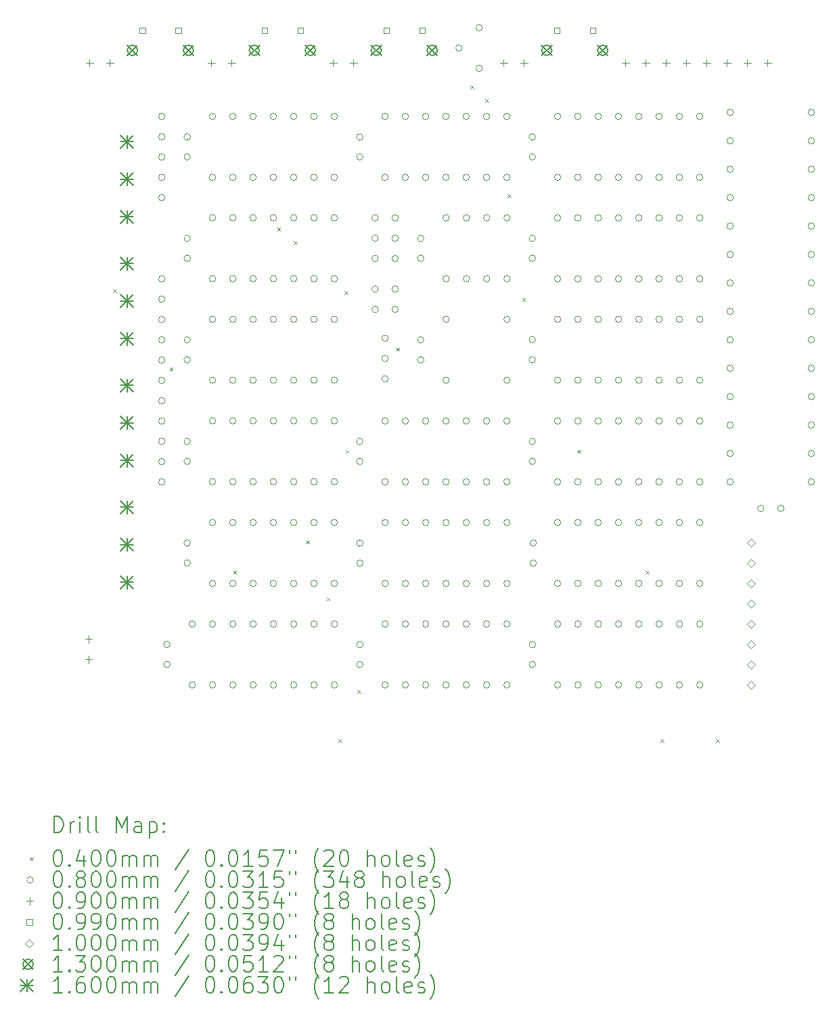
<source format=gbr>
%TF.GenerationSoftware,KiCad,Pcbnew,7.0.7*%
%TF.CreationDate,2023-08-22T16:34:43-04:00*%
%TF.ProjectId,2 - Clock,32202d20-436c-46f6-936b-2e6b69636164,1.1*%
%TF.SameCoordinates,Original*%
%TF.FileFunction,Drillmap*%
%TF.FilePolarity,Positive*%
%FSLAX45Y45*%
G04 Gerber Fmt 4.5, Leading zero omitted, Abs format (unit mm)*
G04 Created by KiCad (PCBNEW 7.0.7) date 2023-08-22 16:34:43*
%MOMM*%
%LPD*%
G01*
G04 APERTURE LIST*
%ADD10C,0.200000*%
%ADD11C,0.040000*%
%ADD12C,0.080000*%
%ADD13C,0.090000*%
%ADD14C,0.099000*%
%ADD15C,0.100000*%
%ADD16C,0.130000*%
%ADD17C,0.160000*%
G04 APERTURE END LIST*
D10*
D11*
X9931750Y-8127120D02*
X9971750Y-8167120D01*
X9971750Y-8127120D02*
X9931750Y-8167120D01*
X10637680Y-9108880D02*
X10677680Y-9148880D01*
X10677680Y-9108880D02*
X10637680Y-9148880D01*
X11434670Y-11648440D02*
X11474670Y-11688440D01*
X11474670Y-11648440D02*
X11434670Y-11688440D01*
X11983760Y-7355610D02*
X12023760Y-7395610D01*
X12023760Y-7355610D02*
X11983760Y-7395610D01*
X12190380Y-7526260D02*
X12230380Y-7566260D01*
X12230380Y-7526260D02*
X12190380Y-7566260D01*
X12343160Y-11272520D02*
X12383160Y-11312520D01*
X12383160Y-11272520D02*
X12343160Y-11312520D01*
X12602790Y-11984710D02*
X12642790Y-12024710D01*
X12642790Y-11984710D02*
X12602790Y-12024710D01*
X12750450Y-13757500D02*
X12790450Y-13797500D01*
X12790450Y-13757500D02*
X12750450Y-13797500D01*
X12825990Y-8151870D02*
X12865990Y-8191870D01*
X12865990Y-8151870D02*
X12825990Y-8191870D01*
X12840250Y-10138860D02*
X12880250Y-10178860D01*
X12880250Y-10138860D02*
X12840250Y-10178860D01*
X12987530Y-13138980D02*
X13027530Y-13178980D01*
X13027530Y-13138980D02*
X12987530Y-13178980D01*
X13472670Y-8860910D02*
X13512670Y-8900910D01*
X13512670Y-8860910D02*
X13472670Y-8900910D01*
X14399130Y-5577590D02*
X14439130Y-5617590D01*
X14439130Y-5577590D02*
X14399130Y-5617590D01*
X14588160Y-5748060D02*
X14628160Y-5788060D01*
X14628160Y-5748060D02*
X14588160Y-5788060D01*
X14868400Y-6940720D02*
X14908400Y-6980720D01*
X14908400Y-6940720D02*
X14868400Y-6980720D01*
X15050750Y-8237490D02*
X15090750Y-8277490D01*
X15090750Y-8237490D02*
X15050750Y-8277490D01*
X15736500Y-10138000D02*
X15776500Y-10178000D01*
X15776500Y-10138000D02*
X15736500Y-10178000D01*
X16593920Y-11650360D02*
X16633920Y-11690360D01*
X16633920Y-11650360D02*
X16593920Y-11690360D01*
X16783580Y-13757500D02*
X16823580Y-13797500D01*
X16823580Y-13757500D02*
X16783580Y-13797500D01*
X17475000Y-13757500D02*
X17515000Y-13797500D01*
X17515000Y-13757500D02*
X17475000Y-13797500D01*
D12*
X10581000Y-5969000D02*
G75*
G03*
X10581000Y-5969000I-40000J0D01*
G01*
X10581000Y-6223000D02*
G75*
G03*
X10581000Y-6223000I-40000J0D01*
G01*
X10581000Y-6477000D02*
G75*
G03*
X10581000Y-6477000I-40000J0D01*
G01*
X10581000Y-6731000D02*
G75*
G03*
X10581000Y-6731000I-40000J0D01*
G01*
X10581000Y-6985000D02*
G75*
G03*
X10581000Y-6985000I-40000J0D01*
G01*
X10581000Y-8001000D02*
G75*
G03*
X10581000Y-8001000I-40000J0D01*
G01*
X10581000Y-8255000D02*
G75*
G03*
X10581000Y-8255000I-40000J0D01*
G01*
X10581000Y-8509000D02*
G75*
G03*
X10581000Y-8509000I-40000J0D01*
G01*
X10581000Y-8763000D02*
G75*
G03*
X10581000Y-8763000I-40000J0D01*
G01*
X10581000Y-9017000D02*
G75*
G03*
X10581000Y-9017000I-40000J0D01*
G01*
X10581000Y-9271000D02*
G75*
G03*
X10581000Y-9271000I-40000J0D01*
G01*
X10581000Y-9525000D02*
G75*
G03*
X10581000Y-9525000I-40000J0D01*
G01*
X10581000Y-9779000D02*
G75*
G03*
X10581000Y-9779000I-40000J0D01*
G01*
X10581000Y-10033000D02*
G75*
G03*
X10581000Y-10033000I-40000J0D01*
G01*
X10581000Y-10287000D02*
G75*
G03*
X10581000Y-10287000I-40000J0D01*
G01*
X10581000Y-10541000D02*
G75*
G03*
X10581000Y-10541000I-40000J0D01*
G01*
X10645500Y-12573000D02*
G75*
G03*
X10645500Y-12573000I-40000J0D01*
G01*
X10645500Y-12823000D02*
G75*
G03*
X10645500Y-12823000I-40000J0D01*
G01*
X10898500Y-6225000D02*
G75*
G03*
X10898500Y-6225000I-40000J0D01*
G01*
X10898500Y-6475000D02*
G75*
G03*
X10898500Y-6475000I-40000J0D01*
G01*
X10898500Y-7493000D02*
G75*
G03*
X10898500Y-7493000I-40000J0D01*
G01*
X10898500Y-7743000D02*
G75*
G03*
X10898500Y-7743000I-40000J0D01*
G01*
X10898500Y-8763000D02*
G75*
G03*
X10898500Y-8763000I-40000J0D01*
G01*
X10898500Y-9013000D02*
G75*
G03*
X10898500Y-9013000I-40000J0D01*
G01*
X10898500Y-10033000D02*
G75*
G03*
X10898500Y-10033000I-40000J0D01*
G01*
X10898500Y-10283000D02*
G75*
G03*
X10898500Y-10283000I-40000J0D01*
G01*
X10898500Y-11305000D02*
G75*
G03*
X10898500Y-11305000I-40000J0D01*
G01*
X10898500Y-11555000D02*
G75*
G03*
X10898500Y-11555000I-40000J0D01*
G01*
X10962500Y-12318000D02*
G75*
G03*
X10962500Y-12318000I-40000J0D01*
G01*
X10962500Y-13080000D02*
G75*
G03*
X10962500Y-13080000I-40000J0D01*
G01*
X11215500Y-5968000D02*
G75*
G03*
X11215500Y-5968000I-40000J0D01*
G01*
X11215500Y-6730000D02*
G75*
G03*
X11215500Y-6730000I-40000J0D01*
G01*
X11215500Y-11048000D02*
G75*
G03*
X11215500Y-11048000I-40000J0D01*
G01*
X11215500Y-11810000D02*
G75*
G03*
X11215500Y-11810000I-40000J0D01*
G01*
X11216000Y-7236000D02*
G75*
G03*
X11216000Y-7236000I-40000J0D01*
G01*
X11216000Y-7998000D02*
G75*
G03*
X11216000Y-7998000I-40000J0D01*
G01*
X11216000Y-8506000D02*
G75*
G03*
X11216000Y-8506000I-40000J0D01*
G01*
X11216000Y-9268000D02*
G75*
G03*
X11216000Y-9268000I-40000J0D01*
G01*
X11216000Y-9776000D02*
G75*
G03*
X11216000Y-9776000I-40000J0D01*
G01*
X11216000Y-10538000D02*
G75*
G03*
X11216000Y-10538000I-40000J0D01*
G01*
X11216500Y-12318000D02*
G75*
G03*
X11216500Y-12318000I-40000J0D01*
G01*
X11216500Y-13080000D02*
G75*
G03*
X11216500Y-13080000I-40000J0D01*
G01*
X11469500Y-5968000D02*
G75*
G03*
X11469500Y-5968000I-40000J0D01*
G01*
X11469500Y-6730000D02*
G75*
G03*
X11469500Y-6730000I-40000J0D01*
G01*
X11469500Y-11048000D02*
G75*
G03*
X11469500Y-11048000I-40000J0D01*
G01*
X11469500Y-11810000D02*
G75*
G03*
X11469500Y-11810000I-40000J0D01*
G01*
X11470000Y-7236000D02*
G75*
G03*
X11470000Y-7236000I-40000J0D01*
G01*
X11470000Y-7998000D02*
G75*
G03*
X11470000Y-7998000I-40000J0D01*
G01*
X11470000Y-8506000D02*
G75*
G03*
X11470000Y-8506000I-40000J0D01*
G01*
X11470000Y-9268000D02*
G75*
G03*
X11470000Y-9268000I-40000J0D01*
G01*
X11470000Y-9776000D02*
G75*
G03*
X11470000Y-9776000I-40000J0D01*
G01*
X11470000Y-10538000D02*
G75*
G03*
X11470000Y-10538000I-40000J0D01*
G01*
X11470500Y-12318000D02*
G75*
G03*
X11470500Y-12318000I-40000J0D01*
G01*
X11470500Y-13080000D02*
G75*
G03*
X11470500Y-13080000I-40000J0D01*
G01*
X11723500Y-5968000D02*
G75*
G03*
X11723500Y-5968000I-40000J0D01*
G01*
X11723500Y-6730000D02*
G75*
G03*
X11723500Y-6730000I-40000J0D01*
G01*
X11723500Y-11048000D02*
G75*
G03*
X11723500Y-11048000I-40000J0D01*
G01*
X11723500Y-11810000D02*
G75*
G03*
X11723500Y-11810000I-40000J0D01*
G01*
X11724000Y-7236000D02*
G75*
G03*
X11724000Y-7236000I-40000J0D01*
G01*
X11724000Y-7998000D02*
G75*
G03*
X11724000Y-7998000I-40000J0D01*
G01*
X11724000Y-8506000D02*
G75*
G03*
X11724000Y-8506000I-40000J0D01*
G01*
X11724000Y-9268000D02*
G75*
G03*
X11724000Y-9268000I-40000J0D01*
G01*
X11724000Y-9776000D02*
G75*
G03*
X11724000Y-9776000I-40000J0D01*
G01*
X11724000Y-10538000D02*
G75*
G03*
X11724000Y-10538000I-40000J0D01*
G01*
X11724500Y-12318000D02*
G75*
G03*
X11724500Y-12318000I-40000J0D01*
G01*
X11724500Y-13080000D02*
G75*
G03*
X11724500Y-13080000I-40000J0D01*
G01*
X11977500Y-5968000D02*
G75*
G03*
X11977500Y-5968000I-40000J0D01*
G01*
X11977500Y-6730000D02*
G75*
G03*
X11977500Y-6730000I-40000J0D01*
G01*
X11977500Y-11048000D02*
G75*
G03*
X11977500Y-11048000I-40000J0D01*
G01*
X11977500Y-11810000D02*
G75*
G03*
X11977500Y-11810000I-40000J0D01*
G01*
X11978000Y-7236000D02*
G75*
G03*
X11978000Y-7236000I-40000J0D01*
G01*
X11978000Y-7998000D02*
G75*
G03*
X11978000Y-7998000I-40000J0D01*
G01*
X11978000Y-8506000D02*
G75*
G03*
X11978000Y-8506000I-40000J0D01*
G01*
X11978000Y-9268000D02*
G75*
G03*
X11978000Y-9268000I-40000J0D01*
G01*
X11978000Y-9776000D02*
G75*
G03*
X11978000Y-9776000I-40000J0D01*
G01*
X11978000Y-10538000D02*
G75*
G03*
X11978000Y-10538000I-40000J0D01*
G01*
X11978500Y-12318000D02*
G75*
G03*
X11978500Y-12318000I-40000J0D01*
G01*
X11978500Y-13080000D02*
G75*
G03*
X11978500Y-13080000I-40000J0D01*
G01*
X12231500Y-5968000D02*
G75*
G03*
X12231500Y-5968000I-40000J0D01*
G01*
X12231500Y-6730000D02*
G75*
G03*
X12231500Y-6730000I-40000J0D01*
G01*
X12231500Y-11048000D02*
G75*
G03*
X12231500Y-11048000I-40000J0D01*
G01*
X12231500Y-11810000D02*
G75*
G03*
X12231500Y-11810000I-40000J0D01*
G01*
X12232000Y-7236000D02*
G75*
G03*
X12232000Y-7236000I-40000J0D01*
G01*
X12232000Y-7998000D02*
G75*
G03*
X12232000Y-7998000I-40000J0D01*
G01*
X12232000Y-8506000D02*
G75*
G03*
X12232000Y-8506000I-40000J0D01*
G01*
X12232000Y-9268000D02*
G75*
G03*
X12232000Y-9268000I-40000J0D01*
G01*
X12232000Y-9776000D02*
G75*
G03*
X12232000Y-9776000I-40000J0D01*
G01*
X12232000Y-10538000D02*
G75*
G03*
X12232000Y-10538000I-40000J0D01*
G01*
X12232500Y-12318000D02*
G75*
G03*
X12232500Y-12318000I-40000J0D01*
G01*
X12232500Y-13080000D02*
G75*
G03*
X12232500Y-13080000I-40000J0D01*
G01*
X12485500Y-5968000D02*
G75*
G03*
X12485500Y-5968000I-40000J0D01*
G01*
X12485500Y-6730000D02*
G75*
G03*
X12485500Y-6730000I-40000J0D01*
G01*
X12485500Y-11048000D02*
G75*
G03*
X12485500Y-11048000I-40000J0D01*
G01*
X12485500Y-11810000D02*
G75*
G03*
X12485500Y-11810000I-40000J0D01*
G01*
X12486000Y-7236000D02*
G75*
G03*
X12486000Y-7236000I-40000J0D01*
G01*
X12486000Y-7998000D02*
G75*
G03*
X12486000Y-7998000I-40000J0D01*
G01*
X12486000Y-8506000D02*
G75*
G03*
X12486000Y-8506000I-40000J0D01*
G01*
X12486000Y-9268000D02*
G75*
G03*
X12486000Y-9268000I-40000J0D01*
G01*
X12486000Y-9776000D02*
G75*
G03*
X12486000Y-9776000I-40000J0D01*
G01*
X12486000Y-10538000D02*
G75*
G03*
X12486000Y-10538000I-40000J0D01*
G01*
X12486500Y-12318000D02*
G75*
G03*
X12486500Y-12318000I-40000J0D01*
G01*
X12486500Y-13080000D02*
G75*
G03*
X12486500Y-13080000I-40000J0D01*
G01*
X12739500Y-5968000D02*
G75*
G03*
X12739500Y-5968000I-40000J0D01*
G01*
X12739500Y-6730000D02*
G75*
G03*
X12739500Y-6730000I-40000J0D01*
G01*
X12739500Y-11048000D02*
G75*
G03*
X12739500Y-11048000I-40000J0D01*
G01*
X12739500Y-11810000D02*
G75*
G03*
X12739500Y-11810000I-40000J0D01*
G01*
X12740000Y-7236000D02*
G75*
G03*
X12740000Y-7236000I-40000J0D01*
G01*
X12740000Y-7998000D02*
G75*
G03*
X12740000Y-7998000I-40000J0D01*
G01*
X12740000Y-8506000D02*
G75*
G03*
X12740000Y-8506000I-40000J0D01*
G01*
X12740000Y-9268000D02*
G75*
G03*
X12740000Y-9268000I-40000J0D01*
G01*
X12740000Y-9776000D02*
G75*
G03*
X12740000Y-9776000I-40000J0D01*
G01*
X12740000Y-10538000D02*
G75*
G03*
X12740000Y-10538000I-40000J0D01*
G01*
X12740500Y-12318000D02*
G75*
G03*
X12740500Y-12318000I-40000J0D01*
G01*
X12740500Y-13080000D02*
G75*
G03*
X12740500Y-13080000I-40000J0D01*
G01*
X13057500Y-6225000D02*
G75*
G03*
X13057500Y-6225000I-40000J0D01*
G01*
X13057500Y-6475000D02*
G75*
G03*
X13057500Y-6475000I-40000J0D01*
G01*
X13057500Y-10033000D02*
G75*
G03*
X13057500Y-10033000I-40000J0D01*
G01*
X13057500Y-10283000D02*
G75*
G03*
X13057500Y-10283000I-40000J0D01*
G01*
X13058500Y-11306000D02*
G75*
G03*
X13058500Y-11306000I-40000J0D01*
G01*
X13058500Y-11556000D02*
G75*
G03*
X13058500Y-11556000I-40000J0D01*
G01*
X13058500Y-12575000D02*
G75*
G03*
X13058500Y-12575000I-40000J0D01*
G01*
X13058500Y-12825000D02*
G75*
G03*
X13058500Y-12825000I-40000J0D01*
G01*
X13250000Y-7237000D02*
G75*
G03*
X13250000Y-7237000I-40000J0D01*
G01*
X13250000Y-7491000D02*
G75*
G03*
X13250000Y-7491000I-40000J0D01*
G01*
X13250000Y-7745000D02*
G75*
G03*
X13250000Y-7745000I-40000J0D01*
G01*
X13250000Y-8128000D02*
G75*
G03*
X13250000Y-8128000I-40000J0D01*
G01*
X13250000Y-8382000D02*
G75*
G03*
X13250000Y-8382000I-40000J0D01*
G01*
X13374500Y-5968000D02*
G75*
G03*
X13374500Y-5968000I-40000J0D01*
G01*
X13374500Y-6730000D02*
G75*
G03*
X13374500Y-6730000I-40000J0D01*
G01*
X13374500Y-9777000D02*
G75*
G03*
X13374500Y-9777000I-40000J0D01*
G01*
X13374500Y-10539000D02*
G75*
G03*
X13374500Y-10539000I-40000J0D01*
G01*
X13375000Y-8742500D02*
G75*
G03*
X13375000Y-8742500I-40000J0D01*
G01*
X13375000Y-8996500D02*
G75*
G03*
X13375000Y-8996500I-40000J0D01*
G01*
X13375000Y-9250500D02*
G75*
G03*
X13375000Y-9250500I-40000J0D01*
G01*
X13375500Y-11049000D02*
G75*
G03*
X13375500Y-11049000I-40000J0D01*
G01*
X13375500Y-11811000D02*
G75*
G03*
X13375500Y-11811000I-40000J0D01*
G01*
X13375500Y-12318000D02*
G75*
G03*
X13375500Y-12318000I-40000J0D01*
G01*
X13375500Y-13080000D02*
G75*
G03*
X13375500Y-13080000I-40000J0D01*
G01*
X13500000Y-7237000D02*
G75*
G03*
X13500000Y-7237000I-40000J0D01*
G01*
X13500000Y-7491000D02*
G75*
G03*
X13500000Y-7491000I-40000J0D01*
G01*
X13500000Y-7745000D02*
G75*
G03*
X13500000Y-7745000I-40000J0D01*
G01*
X13500000Y-8128000D02*
G75*
G03*
X13500000Y-8128000I-40000J0D01*
G01*
X13500000Y-8382000D02*
G75*
G03*
X13500000Y-8382000I-40000J0D01*
G01*
X13628500Y-5968000D02*
G75*
G03*
X13628500Y-5968000I-40000J0D01*
G01*
X13628500Y-6730000D02*
G75*
G03*
X13628500Y-6730000I-40000J0D01*
G01*
X13628500Y-9777000D02*
G75*
G03*
X13628500Y-9777000I-40000J0D01*
G01*
X13628500Y-10539000D02*
G75*
G03*
X13628500Y-10539000I-40000J0D01*
G01*
X13629500Y-11049000D02*
G75*
G03*
X13629500Y-11049000I-40000J0D01*
G01*
X13629500Y-11811000D02*
G75*
G03*
X13629500Y-11811000I-40000J0D01*
G01*
X13629500Y-12318000D02*
G75*
G03*
X13629500Y-12318000I-40000J0D01*
G01*
X13629500Y-13080000D02*
G75*
G03*
X13629500Y-13080000I-40000J0D01*
G01*
X13819500Y-7493000D02*
G75*
G03*
X13819500Y-7493000I-40000J0D01*
G01*
X13819500Y-7743000D02*
G75*
G03*
X13819500Y-7743000I-40000J0D01*
G01*
X13819500Y-8763000D02*
G75*
G03*
X13819500Y-8763000I-40000J0D01*
G01*
X13819500Y-9013000D02*
G75*
G03*
X13819500Y-9013000I-40000J0D01*
G01*
X13882500Y-5968000D02*
G75*
G03*
X13882500Y-5968000I-40000J0D01*
G01*
X13882500Y-6730000D02*
G75*
G03*
X13882500Y-6730000I-40000J0D01*
G01*
X13882500Y-9777000D02*
G75*
G03*
X13882500Y-9777000I-40000J0D01*
G01*
X13882500Y-10539000D02*
G75*
G03*
X13882500Y-10539000I-40000J0D01*
G01*
X13883500Y-11049000D02*
G75*
G03*
X13883500Y-11049000I-40000J0D01*
G01*
X13883500Y-11811000D02*
G75*
G03*
X13883500Y-11811000I-40000J0D01*
G01*
X13883500Y-12318000D02*
G75*
G03*
X13883500Y-12318000I-40000J0D01*
G01*
X13883500Y-13080000D02*
G75*
G03*
X13883500Y-13080000I-40000J0D01*
G01*
X14136500Y-5968000D02*
G75*
G03*
X14136500Y-5968000I-40000J0D01*
G01*
X14136500Y-6730000D02*
G75*
G03*
X14136500Y-6730000I-40000J0D01*
G01*
X14136500Y-9777000D02*
G75*
G03*
X14136500Y-9777000I-40000J0D01*
G01*
X14136500Y-10539000D02*
G75*
G03*
X14136500Y-10539000I-40000J0D01*
G01*
X14137500Y-11049000D02*
G75*
G03*
X14137500Y-11049000I-40000J0D01*
G01*
X14137500Y-11811000D02*
G75*
G03*
X14137500Y-11811000I-40000J0D01*
G01*
X14137500Y-12318000D02*
G75*
G03*
X14137500Y-12318000I-40000J0D01*
G01*
X14137500Y-13080000D02*
G75*
G03*
X14137500Y-13080000I-40000J0D01*
G01*
X14138000Y-8506000D02*
G75*
G03*
X14138000Y-8506000I-40000J0D01*
G01*
X14138000Y-9268000D02*
G75*
G03*
X14138000Y-9268000I-40000J0D01*
G01*
X14138500Y-7236000D02*
G75*
G03*
X14138500Y-7236000I-40000J0D01*
G01*
X14138500Y-7998000D02*
G75*
G03*
X14138500Y-7998000I-40000J0D01*
G01*
X14297560Y-5112820D02*
G75*
G03*
X14297560Y-5112820I-40000J0D01*
G01*
X14390500Y-5968000D02*
G75*
G03*
X14390500Y-5968000I-40000J0D01*
G01*
X14390500Y-6730000D02*
G75*
G03*
X14390500Y-6730000I-40000J0D01*
G01*
X14390500Y-9777000D02*
G75*
G03*
X14390500Y-9777000I-40000J0D01*
G01*
X14390500Y-10539000D02*
G75*
G03*
X14390500Y-10539000I-40000J0D01*
G01*
X14391500Y-11049000D02*
G75*
G03*
X14391500Y-11049000I-40000J0D01*
G01*
X14391500Y-11811000D02*
G75*
G03*
X14391500Y-11811000I-40000J0D01*
G01*
X14391500Y-12318000D02*
G75*
G03*
X14391500Y-12318000I-40000J0D01*
G01*
X14391500Y-13080000D02*
G75*
G03*
X14391500Y-13080000I-40000J0D01*
G01*
X14392500Y-7236000D02*
G75*
G03*
X14392500Y-7236000I-40000J0D01*
G01*
X14392500Y-7998000D02*
G75*
G03*
X14392500Y-7998000I-40000J0D01*
G01*
X14551560Y-4858820D02*
G75*
G03*
X14551560Y-4858820I-40000J0D01*
G01*
X14551560Y-5366820D02*
G75*
G03*
X14551560Y-5366820I-40000J0D01*
G01*
X14644500Y-5968000D02*
G75*
G03*
X14644500Y-5968000I-40000J0D01*
G01*
X14644500Y-6730000D02*
G75*
G03*
X14644500Y-6730000I-40000J0D01*
G01*
X14644500Y-9777000D02*
G75*
G03*
X14644500Y-9777000I-40000J0D01*
G01*
X14644500Y-10539000D02*
G75*
G03*
X14644500Y-10539000I-40000J0D01*
G01*
X14645500Y-11049000D02*
G75*
G03*
X14645500Y-11049000I-40000J0D01*
G01*
X14645500Y-11811000D02*
G75*
G03*
X14645500Y-11811000I-40000J0D01*
G01*
X14645500Y-12318000D02*
G75*
G03*
X14645500Y-12318000I-40000J0D01*
G01*
X14645500Y-13080000D02*
G75*
G03*
X14645500Y-13080000I-40000J0D01*
G01*
X14646500Y-7236000D02*
G75*
G03*
X14646500Y-7236000I-40000J0D01*
G01*
X14646500Y-7998000D02*
G75*
G03*
X14646500Y-7998000I-40000J0D01*
G01*
X14898500Y-5968000D02*
G75*
G03*
X14898500Y-5968000I-40000J0D01*
G01*
X14898500Y-6730000D02*
G75*
G03*
X14898500Y-6730000I-40000J0D01*
G01*
X14898500Y-9777000D02*
G75*
G03*
X14898500Y-9777000I-40000J0D01*
G01*
X14898500Y-10539000D02*
G75*
G03*
X14898500Y-10539000I-40000J0D01*
G01*
X14899500Y-11049000D02*
G75*
G03*
X14899500Y-11049000I-40000J0D01*
G01*
X14899500Y-11811000D02*
G75*
G03*
X14899500Y-11811000I-40000J0D01*
G01*
X14899500Y-12318000D02*
G75*
G03*
X14899500Y-12318000I-40000J0D01*
G01*
X14899500Y-13080000D02*
G75*
G03*
X14899500Y-13080000I-40000J0D01*
G01*
X14900000Y-8506000D02*
G75*
G03*
X14900000Y-8506000I-40000J0D01*
G01*
X14900000Y-9268000D02*
G75*
G03*
X14900000Y-9268000I-40000J0D01*
G01*
X14900500Y-7236000D02*
G75*
G03*
X14900500Y-7236000I-40000J0D01*
G01*
X14900500Y-7998000D02*
G75*
G03*
X14900500Y-7998000I-40000J0D01*
G01*
X15216500Y-6225000D02*
G75*
G03*
X15216500Y-6225000I-40000J0D01*
G01*
X15216500Y-6475000D02*
G75*
G03*
X15216500Y-6475000I-40000J0D01*
G01*
X15216500Y-7493000D02*
G75*
G03*
X15216500Y-7493000I-40000J0D01*
G01*
X15216500Y-7743000D02*
G75*
G03*
X15216500Y-7743000I-40000J0D01*
G01*
X15216500Y-8761000D02*
G75*
G03*
X15216500Y-8761000I-40000J0D01*
G01*
X15216500Y-9011000D02*
G75*
G03*
X15216500Y-9011000I-40000J0D01*
G01*
X15216500Y-10033000D02*
G75*
G03*
X15216500Y-10033000I-40000J0D01*
G01*
X15216500Y-10283000D02*
G75*
G03*
X15216500Y-10283000I-40000J0D01*
G01*
X15217500Y-12575000D02*
G75*
G03*
X15217500Y-12575000I-40000J0D01*
G01*
X15217500Y-12825000D02*
G75*
G03*
X15217500Y-12825000I-40000J0D01*
G01*
X15229200Y-11305000D02*
G75*
G03*
X15229200Y-11305000I-40000J0D01*
G01*
X15229200Y-11555000D02*
G75*
G03*
X15229200Y-11555000I-40000J0D01*
G01*
X15533000Y-5968000D02*
G75*
G03*
X15533000Y-5968000I-40000J0D01*
G01*
X15533000Y-6730000D02*
G75*
G03*
X15533000Y-6730000I-40000J0D01*
G01*
X15533000Y-7238000D02*
G75*
G03*
X15533000Y-7238000I-40000J0D01*
G01*
X15533000Y-8000000D02*
G75*
G03*
X15533000Y-8000000I-40000J0D01*
G01*
X15533000Y-8506000D02*
G75*
G03*
X15533000Y-8506000I-40000J0D01*
G01*
X15533000Y-9268000D02*
G75*
G03*
X15533000Y-9268000I-40000J0D01*
G01*
X15533000Y-9778000D02*
G75*
G03*
X15533000Y-9778000I-40000J0D01*
G01*
X15533000Y-10540000D02*
G75*
G03*
X15533000Y-10540000I-40000J0D01*
G01*
X15533000Y-11048000D02*
G75*
G03*
X15533000Y-11048000I-40000J0D01*
G01*
X15533000Y-11810000D02*
G75*
G03*
X15533000Y-11810000I-40000J0D01*
G01*
X15534000Y-12318000D02*
G75*
G03*
X15534000Y-12318000I-40000J0D01*
G01*
X15534000Y-13080000D02*
G75*
G03*
X15534000Y-13080000I-40000J0D01*
G01*
X15787000Y-5968000D02*
G75*
G03*
X15787000Y-5968000I-40000J0D01*
G01*
X15787000Y-6730000D02*
G75*
G03*
X15787000Y-6730000I-40000J0D01*
G01*
X15787000Y-7238000D02*
G75*
G03*
X15787000Y-7238000I-40000J0D01*
G01*
X15787000Y-8000000D02*
G75*
G03*
X15787000Y-8000000I-40000J0D01*
G01*
X15787000Y-8506000D02*
G75*
G03*
X15787000Y-8506000I-40000J0D01*
G01*
X15787000Y-9268000D02*
G75*
G03*
X15787000Y-9268000I-40000J0D01*
G01*
X15787000Y-9778000D02*
G75*
G03*
X15787000Y-9778000I-40000J0D01*
G01*
X15787000Y-10540000D02*
G75*
G03*
X15787000Y-10540000I-40000J0D01*
G01*
X15787000Y-11048000D02*
G75*
G03*
X15787000Y-11048000I-40000J0D01*
G01*
X15787000Y-11810000D02*
G75*
G03*
X15787000Y-11810000I-40000J0D01*
G01*
X15788000Y-12318000D02*
G75*
G03*
X15788000Y-12318000I-40000J0D01*
G01*
X15788000Y-13080000D02*
G75*
G03*
X15788000Y-13080000I-40000J0D01*
G01*
X16041000Y-5968000D02*
G75*
G03*
X16041000Y-5968000I-40000J0D01*
G01*
X16041000Y-6730000D02*
G75*
G03*
X16041000Y-6730000I-40000J0D01*
G01*
X16041000Y-7238000D02*
G75*
G03*
X16041000Y-7238000I-40000J0D01*
G01*
X16041000Y-8000000D02*
G75*
G03*
X16041000Y-8000000I-40000J0D01*
G01*
X16041000Y-8506000D02*
G75*
G03*
X16041000Y-8506000I-40000J0D01*
G01*
X16041000Y-9268000D02*
G75*
G03*
X16041000Y-9268000I-40000J0D01*
G01*
X16041000Y-9778000D02*
G75*
G03*
X16041000Y-9778000I-40000J0D01*
G01*
X16041000Y-10540000D02*
G75*
G03*
X16041000Y-10540000I-40000J0D01*
G01*
X16041000Y-11048000D02*
G75*
G03*
X16041000Y-11048000I-40000J0D01*
G01*
X16041000Y-11810000D02*
G75*
G03*
X16041000Y-11810000I-40000J0D01*
G01*
X16042000Y-12318000D02*
G75*
G03*
X16042000Y-12318000I-40000J0D01*
G01*
X16042000Y-13080000D02*
G75*
G03*
X16042000Y-13080000I-40000J0D01*
G01*
X16295000Y-5968000D02*
G75*
G03*
X16295000Y-5968000I-40000J0D01*
G01*
X16295000Y-6730000D02*
G75*
G03*
X16295000Y-6730000I-40000J0D01*
G01*
X16295000Y-7238000D02*
G75*
G03*
X16295000Y-7238000I-40000J0D01*
G01*
X16295000Y-8000000D02*
G75*
G03*
X16295000Y-8000000I-40000J0D01*
G01*
X16295000Y-8506000D02*
G75*
G03*
X16295000Y-8506000I-40000J0D01*
G01*
X16295000Y-9268000D02*
G75*
G03*
X16295000Y-9268000I-40000J0D01*
G01*
X16295000Y-9778000D02*
G75*
G03*
X16295000Y-9778000I-40000J0D01*
G01*
X16295000Y-10540000D02*
G75*
G03*
X16295000Y-10540000I-40000J0D01*
G01*
X16295000Y-11048000D02*
G75*
G03*
X16295000Y-11048000I-40000J0D01*
G01*
X16295000Y-11810000D02*
G75*
G03*
X16295000Y-11810000I-40000J0D01*
G01*
X16296000Y-12318000D02*
G75*
G03*
X16296000Y-12318000I-40000J0D01*
G01*
X16296000Y-13080000D02*
G75*
G03*
X16296000Y-13080000I-40000J0D01*
G01*
X16549000Y-5968000D02*
G75*
G03*
X16549000Y-5968000I-40000J0D01*
G01*
X16549000Y-6730000D02*
G75*
G03*
X16549000Y-6730000I-40000J0D01*
G01*
X16549000Y-7238000D02*
G75*
G03*
X16549000Y-7238000I-40000J0D01*
G01*
X16549000Y-8000000D02*
G75*
G03*
X16549000Y-8000000I-40000J0D01*
G01*
X16549000Y-8506000D02*
G75*
G03*
X16549000Y-8506000I-40000J0D01*
G01*
X16549000Y-9268000D02*
G75*
G03*
X16549000Y-9268000I-40000J0D01*
G01*
X16549000Y-9778000D02*
G75*
G03*
X16549000Y-9778000I-40000J0D01*
G01*
X16549000Y-10540000D02*
G75*
G03*
X16549000Y-10540000I-40000J0D01*
G01*
X16549000Y-11048000D02*
G75*
G03*
X16549000Y-11048000I-40000J0D01*
G01*
X16549000Y-11810000D02*
G75*
G03*
X16549000Y-11810000I-40000J0D01*
G01*
X16550000Y-12318000D02*
G75*
G03*
X16550000Y-12318000I-40000J0D01*
G01*
X16550000Y-13080000D02*
G75*
G03*
X16550000Y-13080000I-40000J0D01*
G01*
X16803000Y-5968000D02*
G75*
G03*
X16803000Y-5968000I-40000J0D01*
G01*
X16803000Y-6730000D02*
G75*
G03*
X16803000Y-6730000I-40000J0D01*
G01*
X16803000Y-7238000D02*
G75*
G03*
X16803000Y-7238000I-40000J0D01*
G01*
X16803000Y-8000000D02*
G75*
G03*
X16803000Y-8000000I-40000J0D01*
G01*
X16803000Y-8506000D02*
G75*
G03*
X16803000Y-8506000I-40000J0D01*
G01*
X16803000Y-9268000D02*
G75*
G03*
X16803000Y-9268000I-40000J0D01*
G01*
X16803000Y-9778000D02*
G75*
G03*
X16803000Y-9778000I-40000J0D01*
G01*
X16803000Y-10540000D02*
G75*
G03*
X16803000Y-10540000I-40000J0D01*
G01*
X16803000Y-11048000D02*
G75*
G03*
X16803000Y-11048000I-40000J0D01*
G01*
X16803000Y-11810000D02*
G75*
G03*
X16803000Y-11810000I-40000J0D01*
G01*
X16804000Y-12318000D02*
G75*
G03*
X16804000Y-12318000I-40000J0D01*
G01*
X16804000Y-13080000D02*
G75*
G03*
X16804000Y-13080000I-40000J0D01*
G01*
X17057000Y-5968000D02*
G75*
G03*
X17057000Y-5968000I-40000J0D01*
G01*
X17057000Y-6730000D02*
G75*
G03*
X17057000Y-6730000I-40000J0D01*
G01*
X17057000Y-7238000D02*
G75*
G03*
X17057000Y-7238000I-40000J0D01*
G01*
X17057000Y-8000000D02*
G75*
G03*
X17057000Y-8000000I-40000J0D01*
G01*
X17057000Y-8506000D02*
G75*
G03*
X17057000Y-8506000I-40000J0D01*
G01*
X17057000Y-9268000D02*
G75*
G03*
X17057000Y-9268000I-40000J0D01*
G01*
X17057000Y-9778000D02*
G75*
G03*
X17057000Y-9778000I-40000J0D01*
G01*
X17057000Y-10540000D02*
G75*
G03*
X17057000Y-10540000I-40000J0D01*
G01*
X17057000Y-11048000D02*
G75*
G03*
X17057000Y-11048000I-40000J0D01*
G01*
X17057000Y-11810000D02*
G75*
G03*
X17057000Y-11810000I-40000J0D01*
G01*
X17058000Y-12318000D02*
G75*
G03*
X17058000Y-12318000I-40000J0D01*
G01*
X17058000Y-13080000D02*
G75*
G03*
X17058000Y-13080000I-40000J0D01*
G01*
X17311000Y-5968000D02*
G75*
G03*
X17311000Y-5968000I-40000J0D01*
G01*
X17311000Y-6730000D02*
G75*
G03*
X17311000Y-6730000I-40000J0D01*
G01*
X17311000Y-7238000D02*
G75*
G03*
X17311000Y-7238000I-40000J0D01*
G01*
X17311000Y-8000000D02*
G75*
G03*
X17311000Y-8000000I-40000J0D01*
G01*
X17311000Y-8506000D02*
G75*
G03*
X17311000Y-8506000I-40000J0D01*
G01*
X17311000Y-9268000D02*
G75*
G03*
X17311000Y-9268000I-40000J0D01*
G01*
X17311000Y-9778000D02*
G75*
G03*
X17311000Y-9778000I-40000J0D01*
G01*
X17311000Y-10540000D02*
G75*
G03*
X17311000Y-10540000I-40000J0D01*
G01*
X17311000Y-11048000D02*
G75*
G03*
X17311000Y-11048000I-40000J0D01*
G01*
X17311000Y-11810000D02*
G75*
G03*
X17311000Y-11810000I-40000J0D01*
G01*
X17312000Y-12318000D02*
G75*
G03*
X17312000Y-12318000I-40000J0D01*
G01*
X17312000Y-13080000D02*
G75*
G03*
X17312000Y-13080000I-40000J0D01*
G01*
X17693000Y-5918200D02*
G75*
G03*
X17693000Y-5918200I-40000J0D01*
G01*
X17693000Y-6273800D02*
G75*
G03*
X17693000Y-6273800I-40000J0D01*
G01*
X17693000Y-6629400D02*
G75*
G03*
X17693000Y-6629400I-40000J0D01*
G01*
X17693000Y-6985000D02*
G75*
G03*
X17693000Y-6985000I-40000J0D01*
G01*
X17693000Y-7340600D02*
G75*
G03*
X17693000Y-7340600I-40000J0D01*
G01*
X17693000Y-7696200D02*
G75*
G03*
X17693000Y-7696200I-40000J0D01*
G01*
X17693000Y-8051800D02*
G75*
G03*
X17693000Y-8051800I-40000J0D01*
G01*
X17693000Y-8407400D02*
G75*
G03*
X17693000Y-8407400I-40000J0D01*
G01*
X17693000Y-8763000D02*
G75*
G03*
X17693000Y-8763000I-40000J0D01*
G01*
X17693000Y-9118600D02*
G75*
G03*
X17693000Y-9118600I-40000J0D01*
G01*
X17693000Y-9474200D02*
G75*
G03*
X17693000Y-9474200I-40000J0D01*
G01*
X17693000Y-9829800D02*
G75*
G03*
X17693000Y-9829800I-40000J0D01*
G01*
X17693000Y-10185400D02*
G75*
G03*
X17693000Y-10185400I-40000J0D01*
G01*
X17693000Y-10541000D02*
G75*
G03*
X17693000Y-10541000I-40000J0D01*
G01*
X18076000Y-10871200D02*
G75*
G03*
X18076000Y-10871200I-40000J0D01*
G01*
X18326000Y-10871200D02*
G75*
G03*
X18326000Y-10871200I-40000J0D01*
G01*
X18709000Y-5918200D02*
G75*
G03*
X18709000Y-5918200I-40000J0D01*
G01*
X18709000Y-6273800D02*
G75*
G03*
X18709000Y-6273800I-40000J0D01*
G01*
X18709000Y-6629400D02*
G75*
G03*
X18709000Y-6629400I-40000J0D01*
G01*
X18709000Y-6985000D02*
G75*
G03*
X18709000Y-6985000I-40000J0D01*
G01*
X18709000Y-7340600D02*
G75*
G03*
X18709000Y-7340600I-40000J0D01*
G01*
X18709000Y-7696200D02*
G75*
G03*
X18709000Y-7696200I-40000J0D01*
G01*
X18709000Y-8051800D02*
G75*
G03*
X18709000Y-8051800I-40000J0D01*
G01*
X18709000Y-8407400D02*
G75*
G03*
X18709000Y-8407400I-40000J0D01*
G01*
X18709000Y-8763000D02*
G75*
G03*
X18709000Y-8763000I-40000J0D01*
G01*
X18709000Y-9118600D02*
G75*
G03*
X18709000Y-9118600I-40000J0D01*
G01*
X18709000Y-9474200D02*
G75*
G03*
X18709000Y-9474200I-40000J0D01*
G01*
X18709000Y-9829800D02*
G75*
G03*
X18709000Y-9829800I-40000J0D01*
G01*
X18709000Y-10185400D02*
G75*
G03*
X18709000Y-10185400I-40000J0D01*
G01*
X18709000Y-10541000D02*
G75*
G03*
X18709000Y-10541000I-40000J0D01*
G01*
D13*
X9626600Y-12461960D02*
X9626600Y-12551960D01*
X9581600Y-12506960D02*
X9671600Y-12506960D01*
X9626600Y-12715960D02*
X9626600Y-12805960D01*
X9581600Y-12760960D02*
X9671600Y-12760960D01*
X9637300Y-5254000D02*
X9637300Y-5344000D01*
X9592300Y-5299000D02*
X9682300Y-5299000D01*
X9891300Y-5254000D02*
X9891300Y-5344000D01*
X9846300Y-5299000D02*
X9936300Y-5299000D01*
X11160200Y-5254130D02*
X11160200Y-5344130D01*
X11115200Y-5299130D02*
X11205200Y-5299130D01*
X11414200Y-5254130D02*
X11414200Y-5344130D01*
X11369200Y-5299130D02*
X11459200Y-5299130D01*
X12685300Y-5254130D02*
X12685300Y-5344130D01*
X12640300Y-5299130D02*
X12730300Y-5299130D01*
X12939300Y-5254130D02*
X12939300Y-5344130D01*
X12894300Y-5299130D02*
X12984300Y-5299130D01*
X14818800Y-5254000D02*
X14818800Y-5344000D01*
X14773800Y-5299000D02*
X14863800Y-5299000D01*
X15072800Y-5254000D02*
X15072800Y-5344000D01*
X15027800Y-5299000D02*
X15117800Y-5299000D01*
X16342800Y-5254000D02*
X16342800Y-5344000D01*
X16297800Y-5299000D02*
X16387800Y-5299000D01*
X16596800Y-5254000D02*
X16596800Y-5344000D01*
X16551800Y-5299000D02*
X16641800Y-5299000D01*
X16850800Y-5254000D02*
X16850800Y-5344000D01*
X16805800Y-5299000D02*
X16895800Y-5299000D01*
X17104800Y-5254000D02*
X17104800Y-5344000D01*
X17059800Y-5299000D02*
X17149800Y-5299000D01*
X17358800Y-5254000D02*
X17358800Y-5344000D01*
X17313800Y-5299000D02*
X17403800Y-5299000D01*
X17612800Y-5254000D02*
X17612800Y-5344000D01*
X17567800Y-5299000D02*
X17657800Y-5299000D01*
X17866800Y-5254000D02*
X17866800Y-5344000D01*
X17821800Y-5299000D02*
X17911800Y-5299000D01*
X18120800Y-5254000D02*
X18120800Y-5344000D01*
X18075800Y-5299000D02*
X18165800Y-5299000D01*
D14*
X10333262Y-4927172D02*
X10333262Y-4857168D01*
X10263258Y-4857168D01*
X10263258Y-4927172D01*
X10333262Y-4927172D01*
X10783262Y-4927172D02*
X10783262Y-4857168D01*
X10713258Y-4857168D01*
X10713258Y-4927172D01*
X10783262Y-4927172D01*
X11858702Y-4927172D02*
X11858702Y-4857168D01*
X11788698Y-4857168D01*
X11788698Y-4927172D01*
X11858702Y-4927172D01*
X12308702Y-4927172D02*
X12308702Y-4857168D01*
X12238698Y-4857168D01*
X12238698Y-4927172D01*
X12308702Y-4927172D01*
X13383802Y-4927042D02*
X13383802Y-4857038D01*
X13313798Y-4857038D01*
X13313798Y-4927042D01*
X13383802Y-4927042D01*
X13833802Y-4927042D02*
X13833802Y-4857038D01*
X13763798Y-4857038D01*
X13763798Y-4927042D01*
X13833802Y-4927042D01*
X15517302Y-4927172D02*
X15517302Y-4857168D01*
X15447298Y-4857168D01*
X15447298Y-4927172D01*
X15517302Y-4927172D01*
X15967302Y-4927172D02*
X15967302Y-4857168D01*
X15897298Y-4857168D01*
X15897298Y-4927172D01*
X15967302Y-4927172D01*
D15*
X17911460Y-11351960D02*
X17961460Y-11301960D01*
X17911460Y-11251960D01*
X17861460Y-11301960D01*
X17911460Y-11351960D01*
X17911460Y-11605960D02*
X17961460Y-11555960D01*
X17911460Y-11505960D01*
X17861460Y-11555960D01*
X17911460Y-11605960D01*
X17911460Y-11859960D02*
X17961460Y-11809960D01*
X17911460Y-11759960D01*
X17861460Y-11809960D01*
X17911460Y-11859960D01*
X17911460Y-12113960D02*
X17961460Y-12063960D01*
X17911460Y-12013960D01*
X17861460Y-12063960D01*
X17911460Y-12113960D01*
X17911460Y-12367960D02*
X17961460Y-12317960D01*
X17911460Y-12267960D01*
X17861460Y-12317960D01*
X17911460Y-12367960D01*
X17911460Y-12621960D02*
X17961460Y-12571960D01*
X17911460Y-12521960D01*
X17861460Y-12571960D01*
X17911460Y-12621960D01*
X17911460Y-12875960D02*
X17961460Y-12825960D01*
X17911460Y-12775960D01*
X17861460Y-12825960D01*
X17911460Y-12875960D01*
X17911460Y-13129960D02*
X17961460Y-13079960D01*
X17911460Y-13029960D01*
X17861460Y-13079960D01*
X17911460Y-13129960D01*
D16*
X10108260Y-5076170D02*
X10238260Y-5206170D01*
X10238260Y-5076170D02*
X10108260Y-5206170D01*
X10238260Y-5141170D02*
G75*
G03*
X10238260Y-5141170I-65000J0D01*
G01*
X10809260Y-5076170D02*
X10939260Y-5206170D01*
X10939260Y-5076170D02*
X10809260Y-5206170D01*
X10939260Y-5141170D02*
G75*
G03*
X10939260Y-5141170I-65000J0D01*
G01*
X11633700Y-5076170D02*
X11763700Y-5206170D01*
X11763700Y-5076170D02*
X11633700Y-5206170D01*
X11763700Y-5141170D02*
G75*
G03*
X11763700Y-5141170I-65000J0D01*
G01*
X12334700Y-5076170D02*
X12464700Y-5206170D01*
X12464700Y-5076170D02*
X12334700Y-5206170D01*
X12464700Y-5141170D02*
G75*
G03*
X12464700Y-5141170I-65000J0D01*
G01*
X13158800Y-5076040D02*
X13288800Y-5206040D01*
X13288800Y-5076040D02*
X13158800Y-5206040D01*
X13288800Y-5141040D02*
G75*
G03*
X13288800Y-5141040I-65000J0D01*
G01*
X13859800Y-5076040D02*
X13989800Y-5206040D01*
X13989800Y-5076040D02*
X13859800Y-5206040D01*
X13989800Y-5141040D02*
G75*
G03*
X13989800Y-5141040I-65000J0D01*
G01*
X15292300Y-5076170D02*
X15422300Y-5206170D01*
X15422300Y-5076170D02*
X15292300Y-5206170D01*
X15422300Y-5141170D02*
G75*
G03*
X15422300Y-5141170I-65000J0D01*
G01*
X15993300Y-5076170D02*
X16123300Y-5206170D01*
X16123300Y-5076170D02*
X15993300Y-5206170D01*
X16123300Y-5141170D02*
G75*
G03*
X16123300Y-5141170I-65000J0D01*
G01*
D17*
X10026860Y-6203860D02*
X10186860Y-6363860D01*
X10186860Y-6203860D02*
X10026860Y-6363860D01*
X10106860Y-6203860D02*
X10106860Y-6363860D01*
X10026860Y-6283860D02*
X10186860Y-6283860D01*
X10026860Y-6673860D02*
X10186860Y-6833860D01*
X10186860Y-6673860D02*
X10026860Y-6833860D01*
X10106860Y-6673860D02*
X10106860Y-6833860D01*
X10026860Y-6753860D02*
X10186860Y-6753860D01*
X10026860Y-7143860D02*
X10186860Y-7303860D01*
X10186860Y-7143860D02*
X10026860Y-7303860D01*
X10106860Y-7143860D02*
X10106860Y-7303860D01*
X10026860Y-7223860D02*
X10186860Y-7223860D01*
X10026860Y-7727860D02*
X10186860Y-7887860D01*
X10186860Y-7727860D02*
X10026860Y-7887860D01*
X10106860Y-7727860D02*
X10106860Y-7887860D01*
X10026860Y-7807860D02*
X10186860Y-7807860D01*
X10026860Y-8197860D02*
X10186860Y-8357860D01*
X10186860Y-8197860D02*
X10026860Y-8357860D01*
X10106860Y-8197860D02*
X10106860Y-8357860D01*
X10026860Y-8277860D02*
X10186860Y-8277860D01*
X10026860Y-8667860D02*
X10186860Y-8827860D01*
X10186860Y-8667860D02*
X10026860Y-8827860D01*
X10106860Y-8667860D02*
X10106860Y-8827860D01*
X10026860Y-8747860D02*
X10186860Y-8747860D01*
X10026860Y-9251860D02*
X10186860Y-9411860D01*
X10186860Y-9251860D02*
X10026860Y-9411860D01*
X10106860Y-9251860D02*
X10106860Y-9411860D01*
X10026860Y-9331860D02*
X10186860Y-9331860D01*
X10026860Y-9721860D02*
X10186860Y-9881860D01*
X10186860Y-9721860D02*
X10026860Y-9881860D01*
X10106860Y-9721860D02*
X10106860Y-9881860D01*
X10026860Y-9801860D02*
X10186860Y-9801860D01*
X10026860Y-10191860D02*
X10186860Y-10351860D01*
X10186860Y-10191860D02*
X10026860Y-10351860D01*
X10106860Y-10191860D02*
X10106860Y-10351860D01*
X10026860Y-10271860D02*
X10186860Y-10271860D01*
X10026860Y-10775860D02*
X10186860Y-10935860D01*
X10186860Y-10775860D02*
X10026860Y-10935860D01*
X10106860Y-10775860D02*
X10106860Y-10935860D01*
X10026860Y-10855860D02*
X10186860Y-10855860D01*
X10026860Y-11245860D02*
X10186860Y-11405860D01*
X10186860Y-11245860D02*
X10026860Y-11405860D01*
X10106860Y-11245860D02*
X10106860Y-11405860D01*
X10026860Y-11325860D02*
X10186860Y-11325860D01*
X10026860Y-11715860D02*
X10186860Y-11875860D01*
X10186860Y-11715860D02*
X10026860Y-11875860D01*
X10106860Y-11715860D02*
X10106860Y-11875860D01*
X10026860Y-11795860D02*
X10186860Y-11795860D01*
D10*
X9193777Y-14926484D02*
X9193777Y-14726484D01*
X9193777Y-14726484D02*
X9241396Y-14726484D01*
X9241396Y-14726484D02*
X9269967Y-14736008D01*
X9269967Y-14736008D02*
X9289015Y-14755055D01*
X9289015Y-14755055D02*
X9298539Y-14774103D01*
X9298539Y-14774103D02*
X9308063Y-14812198D01*
X9308063Y-14812198D02*
X9308063Y-14840769D01*
X9308063Y-14840769D02*
X9298539Y-14878865D01*
X9298539Y-14878865D02*
X9289015Y-14897912D01*
X9289015Y-14897912D02*
X9269967Y-14916960D01*
X9269967Y-14916960D02*
X9241396Y-14926484D01*
X9241396Y-14926484D02*
X9193777Y-14926484D01*
X9393777Y-14926484D02*
X9393777Y-14793150D01*
X9393777Y-14831246D02*
X9403301Y-14812198D01*
X9403301Y-14812198D02*
X9412824Y-14802674D01*
X9412824Y-14802674D02*
X9431872Y-14793150D01*
X9431872Y-14793150D02*
X9450920Y-14793150D01*
X9517586Y-14926484D02*
X9517586Y-14793150D01*
X9517586Y-14726484D02*
X9508063Y-14736008D01*
X9508063Y-14736008D02*
X9517586Y-14745531D01*
X9517586Y-14745531D02*
X9527110Y-14736008D01*
X9527110Y-14736008D02*
X9517586Y-14726484D01*
X9517586Y-14726484D02*
X9517586Y-14745531D01*
X9641396Y-14926484D02*
X9622348Y-14916960D01*
X9622348Y-14916960D02*
X9612824Y-14897912D01*
X9612824Y-14897912D02*
X9612824Y-14726484D01*
X9746158Y-14926484D02*
X9727110Y-14916960D01*
X9727110Y-14916960D02*
X9717586Y-14897912D01*
X9717586Y-14897912D02*
X9717586Y-14726484D01*
X9974729Y-14926484D02*
X9974729Y-14726484D01*
X9974729Y-14726484D02*
X10041396Y-14869341D01*
X10041396Y-14869341D02*
X10108063Y-14726484D01*
X10108063Y-14726484D02*
X10108063Y-14926484D01*
X10289015Y-14926484D02*
X10289015Y-14821722D01*
X10289015Y-14821722D02*
X10279491Y-14802674D01*
X10279491Y-14802674D02*
X10260444Y-14793150D01*
X10260444Y-14793150D02*
X10222348Y-14793150D01*
X10222348Y-14793150D02*
X10203301Y-14802674D01*
X10289015Y-14916960D02*
X10269967Y-14926484D01*
X10269967Y-14926484D02*
X10222348Y-14926484D01*
X10222348Y-14926484D02*
X10203301Y-14916960D01*
X10203301Y-14916960D02*
X10193777Y-14897912D01*
X10193777Y-14897912D02*
X10193777Y-14878865D01*
X10193777Y-14878865D02*
X10203301Y-14859817D01*
X10203301Y-14859817D02*
X10222348Y-14850293D01*
X10222348Y-14850293D02*
X10269967Y-14850293D01*
X10269967Y-14850293D02*
X10289015Y-14840769D01*
X10384253Y-14793150D02*
X10384253Y-14993150D01*
X10384253Y-14802674D02*
X10403301Y-14793150D01*
X10403301Y-14793150D02*
X10441396Y-14793150D01*
X10441396Y-14793150D02*
X10460444Y-14802674D01*
X10460444Y-14802674D02*
X10469967Y-14812198D01*
X10469967Y-14812198D02*
X10479491Y-14831246D01*
X10479491Y-14831246D02*
X10479491Y-14888388D01*
X10479491Y-14888388D02*
X10469967Y-14907436D01*
X10469967Y-14907436D02*
X10460444Y-14916960D01*
X10460444Y-14916960D02*
X10441396Y-14926484D01*
X10441396Y-14926484D02*
X10403301Y-14926484D01*
X10403301Y-14926484D02*
X10384253Y-14916960D01*
X10565205Y-14907436D02*
X10574729Y-14916960D01*
X10574729Y-14916960D02*
X10565205Y-14926484D01*
X10565205Y-14926484D02*
X10555682Y-14916960D01*
X10555682Y-14916960D02*
X10565205Y-14907436D01*
X10565205Y-14907436D02*
X10565205Y-14926484D01*
X10565205Y-14802674D02*
X10574729Y-14812198D01*
X10574729Y-14812198D02*
X10565205Y-14821722D01*
X10565205Y-14821722D02*
X10555682Y-14812198D01*
X10555682Y-14812198D02*
X10565205Y-14802674D01*
X10565205Y-14802674D02*
X10565205Y-14821722D01*
D11*
X8893000Y-15235000D02*
X8933000Y-15275000D01*
X8933000Y-15235000D02*
X8893000Y-15275000D01*
D10*
X9231872Y-15146484D02*
X9250920Y-15146484D01*
X9250920Y-15146484D02*
X9269967Y-15156008D01*
X9269967Y-15156008D02*
X9279491Y-15165531D01*
X9279491Y-15165531D02*
X9289015Y-15184579D01*
X9289015Y-15184579D02*
X9298539Y-15222674D01*
X9298539Y-15222674D02*
X9298539Y-15270293D01*
X9298539Y-15270293D02*
X9289015Y-15308388D01*
X9289015Y-15308388D02*
X9279491Y-15327436D01*
X9279491Y-15327436D02*
X9269967Y-15336960D01*
X9269967Y-15336960D02*
X9250920Y-15346484D01*
X9250920Y-15346484D02*
X9231872Y-15346484D01*
X9231872Y-15346484D02*
X9212824Y-15336960D01*
X9212824Y-15336960D02*
X9203301Y-15327436D01*
X9203301Y-15327436D02*
X9193777Y-15308388D01*
X9193777Y-15308388D02*
X9184253Y-15270293D01*
X9184253Y-15270293D02*
X9184253Y-15222674D01*
X9184253Y-15222674D02*
X9193777Y-15184579D01*
X9193777Y-15184579D02*
X9203301Y-15165531D01*
X9203301Y-15165531D02*
X9212824Y-15156008D01*
X9212824Y-15156008D02*
X9231872Y-15146484D01*
X9384253Y-15327436D02*
X9393777Y-15336960D01*
X9393777Y-15336960D02*
X9384253Y-15346484D01*
X9384253Y-15346484D02*
X9374729Y-15336960D01*
X9374729Y-15336960D02*
X9384253Y-15327436D01*
X9384253Y-15327436D02*
X9384253Y-15346484D01*
X9565205Y-15213150D02*
X9565205Y-15346484D01*
X9517586Y-15136960D02*
X9469967Y-15279817D01*
X9469967Y-15279817D02*
X9593777Y-15279817D01*
X9708063Y-15146484D02*
X9727110Y-15146484D01*
X9727110Y-15146484D02*
X9746158Y-15156008D01*
X9746158Y-15156008D02*
X9755682Y-15165531D01*
X9755682Y-15165531D02*
X9765205Y-15184579D01*
X9765205Y-15184579D02*
X9774729Y-15222674D01*
X9774729Y-15222674D02*
X9774729Y-15270293D01*
X9774729Y-15270293D02*
X9765205Y-15308388D01*
X9765205Y-15308388D02*
X9755682Y-15327436D01*
X9755682Y-15327436D02*
X9746158Y-15336960D01*
X9746158Y-15336960D02*
X9727110Y-15346484D01*
X9727110Y-15346484D02*
X9708063Y-15346484D01*
X9708063Y-15346484D02*
X9689015Y-15336960D01*
X9689015Y-15336960D02*
X9679491Y-15327436D01*
X9679491Y-15327436D02*
X9669967Y-15308388D01*
X9669967Y-15308388D02*
X9660444Y-15270293D01*
X9660444Y-15270293D02*
X9660444Y-15222674D01*
X9660444Y-15222674D02*
X9669967Y-15184579D01*
X9669967Y-15184579D02*
X9679491Y-15165531D01*
X9679491Y-15165531D02*
X9689015Y-15156008D01*
X9689015Y-15156008D02*
X9708063Y-15146484D01*
X9898539Y-15146484D02*
X9917586Y-15146484D01*
X9917586Y-15146484D02*
X9936634Y-15156008D01*
X9936634Y-15156008D02*
X9946158Y-15165531D01*
X9946158Y-15165531D02*
X9955682Y-15184579D01*
X9955682Y-15184579D02*
X9965205Y-15222674D01*
X9965205Y-15222674D02*
X9965205Y-15270293D01*
X9965205Y-15270293D02*
X9955682Y-15308388D01*
X9955682Y-15308388D02*
X9946158Y-15327436D01*
X9946158Y-15327436D02*
X9936634Y-15336960D01*
X9936634Y-15336960D02*
X9917586Y-15346484D01*
X9917586Y-15346484D02*
X9898539Y-15346484D01*
X9898539Y-15346484D02*
X9879491Y-15336960D01*
X9879491Y-15336960D02*
X9869967Y-15327436D01*
X9869967Y-15327436D02*
X9860444Y-15308388D01*
X9860444Y-15308388D02*
X9850920Y-15270293D01*
X9850920Y-15270293D02*
X9850920Y-15222674D01*
X9850920Y-15222674D02*
X9860444Y-15184579D01*
X9860444Y-15184579D02*
X9869967Y-15165531D01*
X9869967Y-15165531D02*
X9879491Y-15156008D01*
X9879491Y-15156008D02*
X9898539Y-15146484D01*
X10050920Y-15346484D02*
X10050920Y-15213150D01*
X10050920Y-15232198D02*
X10060444Y-15222674D01*
X10060444Y-15222674D02*
X10079491Y-15213150D01*
X10079491Y-15213150D02*
X10108063Y-15213150D01*
X10108063Y-15213150D02*
X10127110Y-15222674D01*
X10127110Y-15222674D02*
X10136634Y-15241722D01*
X10136634Y-15241722D02*
X10136634Y-15346484D01*
X10136634Y-15241722D02*
X10146158Y-15222674D01*
X10146158Y-15222674D02*
X10165205Y-15213150D01*
X10165205Y-15213150D02*
X10193777Y-15213150D01*
X10193777Y-15213150D02*
X10212825Y-15222674D01*
X10212825Y-15222674D02*
X10222348Y-15241722D01*
X10222348Y-15241722D02*
X10222348Y-15346484D01*
X10317586Y-15346484D02*
X10317586Y-15213150D01*
X10317586Y-15232198D02*
X10327110Y-15222674D01*
X10327110Y-15222674D02*
X10346158Y-15213150D01*
X10346158Y-15213150D02*
X10374729Y-15213150D01*
X10374729Y-15213150D02*
X10393777Y-15222674D01*
X10393777Y-15222674D02*
X10403301Y-15241722D01*
X10403301Y-15241722D02*
X10403301Y-15346484D01*
X10403301Y-15241722D02*
X10412825Y-15222674D01*
X10412825Y-15222674D02*
X10431872Y-15213150D01*
X10431872Y-15213150D02*
X10460444Y-15213150D01*
X10460444Y-15213150D02*
X10479491Y-15222674D01*
X10479491Y-15222674D02*
X10489015Y-15241722D01*
X10489015Y-15241722D02*
X10489015Y-15346484D01*
X10879491Y-15136960D02*
X10708063Y-15394103D01*
X11136634Y-15146484D02*
X11155682Y-15146484D01*
X11155682Y-15146484D02*
X11174729Y-15156008D01*
X11174729Y-15156008D02*
X11184253Y-15165531D01*
X11184253Y-15165531D02*
X11193777Y-15184579D01*
X11193777Y-15184579D02*
X11203301Y-15222674D01*
X11203301Y-15222674D02*
X11203301Y-15270293D01*
X11203301Y-15270293D02*
X11193777Y-15308388D01*
X11193777Y-15308388D02*
X11184253Y-15327436D01*
X11184253Y-15327436D02*
X11174729Y-15336960D01*
X11174729Y-15336960D02*
X11155682Y-15346484D01*
X11155682Y-15346484D02*
X11136634Y-15346484D01*
X11136634Y-15346484D02*
X11117587Y-15336960D01*
X11117587Y-15336960D02*
X11108063Y-15327436D01*
X11108063Y-15327436D02*
X11098539Y-15308388D01*
X11098539Y-15308388D02*
X11089015Y-15270293D01*
X11089015Y-15270293D02*
X11089015Y-15222674D01*
X11089015Y-15222674D02*
X11098539Y-15184579D01*
X11098539Y-15184579D02*
X11108063Y-15165531D01*
X11108063Y-15165531D02*
X11117587Y-15156008D01*
X11117587Y-15156008D02*
X11136634Y-15146484D01*
X11289015Y-15327436D02*
X11298539Y-15336960D01*
X11298539Y-15336960D02*
X11289015Y-15346484D01*
X11289015Y-15346484D02*
X11279491Y-15336960D01*
X11279491Y-15336960D02*
X11289015Y-15327436D01*
X11289015Y-15327436D02*
X11289015Y-15346484D01*
X11422348Y-15146484D02*
X11441396Y-15146484D01*
X11441396Y-15146484D02*
X11460444Y-15156008D01*
X11460444Y-15156008D02*
X11469967Y-15165531D01*
X11469967Y-15165531D02*
X11479491Y-15184579D01*
X11479491Y-15184579D02*
X11489015Y-15222674D01*
X11489015Y-15222674D02*
X11489015Y-15270293D01*
X11489015Y-15270293D02*
X11479491Y-15308388D01*
X11479491Y-15308388D02*
X11469967Y-15327436D01*
X11469967Y-15327436D02*
X11460444Y-15336960D01*
X11460444Y-15336960D02*
X11441396Y-15346484D01*
X11441396Y-15346484D02*
X11422348Y-15346484D01*
X11422348Y-15346484D02*
X11403301Y-15336960D01*
X11403301Y-15336960D02*
X11393777Y-15327436D01*
X11393777Y-15327436D02*
X11384253Y-15308388D01*
X11384253Y-15308388D02*
X11374729Y-15270293D01*
X11374729Y-15270293D02*
X11374729Y-15222674D01*
X11374729Y-15222674D02*
X11384253Y-15184579D01*
X11384253Y-15184579D02*
X11393777Y-15165531D01*
X11393777Y-15165531D02*
X11403301Y-15156008D01*
X11403301Y-15156008D02*
X11422348Y-15146484D01*
X11679491Y-15346484D02*
X11565206Y-15346484D01*
X11622348Y-15346484D02*
X11622348Y-15146484D01*
X11622348Y-15146484D02*
X11603301Y-15175055D01*
X11603301Y-15175055D02*
X11584253Y-15194103D01*
X11584253Y-15194103D02*
X11565206Y-15203627D01*
X11860444Y-15146484D02*
X11765206Y-15146484D01*
X11765206Y-15146484D02*
X11755682Y-15241722D01*
X11755682Y-15241722D02*
X11765206Y-15232198D01*
X11765206Y-15232198D02*
X11784253Y-15222674D01*
X11784253Y-15222674D02*
X11831872Y-15222674D01*
X11831872Y-15222674D02*
X11850920Y-15232198D01*
X11850920Y-15232198D02*
X11860444Y-15241722D01*
X11860444Y-15241722D02*
X11869967Y-15260769D01*
X11869967Y-15260769D02*
X11869967Y-15308388D01*
X11869967Y-15308388D02*
X11860444Y-15327436D01*
X11860444Y-15327436D02*
X11850920Y-15336960D01*
X11850920Y-15336960D02*
X11831872Y-15346484D01*
X11831872Y-15346484D02*
X11784253Y-15346484D01*
X11784253Y-15346484D02*
X11765206Y-15336960D01*
X11765206Y-15336960D02*
X11755682Y-15327436D01*
X11936634Y-15146484D02*
X12069967Y-15146484D01*
X12069967Y-15146484D02*
X11984253Y-15346484D01*
X12136634Y-15146484D02*
X12136634Y-15184579D01*
X12212825Y-15146484D02*
X12212825Y-15184579D01*
X12508063Y-15422674D02*
X12498539Y-15413150D01*
X12498539Y-15413150D02*
X12479491Y-15384579D01*
X12479491Y-15384579D02*
X12469968Y-15365531D01*
X12469968Y-15365531D02*
X12460444Y-15336960D01*
X12460444Y-15336960D02*
X12450920Y-15289341D01*
X12450920Y-15289341D02*
X12450920Y-15251246D01*
X12450920Y-15251246D02*
X12460444Y-15203627D01*
X12460444Y-15203627D02*
X12469968Y-15175055D01*
X12469968Y-15175055D02*
X12479491Y-15156008D01*
X12479491Y-15156008D02*
X12498539Y-15127436D01*
X12498539Y-15127436D02*
X12508063Y-15117912D01*
X12574729Y-15165531D02*
X12584253Y-15156008D01*
X12584253Y-15156008D02*
X12603301Y-15146484D01*
X12603301Y-15146484D02*
X12650920Y-15146484D01*
X12650920Y-15146484D02*
X12669968Y-15156008D01*
X12669968Y-15156008D02*
X12679491Y-15165531D01*
X12679491Y-15165531D02*
X12689015Y-15184579D01*
X12689015Y-15184579D02*
X12689015Y-15203627D01*
X12689015Y-15203627D02*
X12679491Y-15232198D01*
X12679491Y-15232198D02*
X12565206Y-15346484D01*
X12565206Y-15346484D02*
X12689015Y-15346484D01*
X12812825Y-15146484D02*
X12831872Y-15146484D01*
X12831872Y-15146484D02*
X12850920Y-15156008D01*
X12850920Y-15156008D02*
X12860444Y-15165531D01*
X12860444Y-15165531D02*
X12869968Y-15184579D01*
X12869968Y-15184579D02*
X12879491Y-15222674D01*
X12879491Y-15222674D02*
X12879491Y-15270293D01*
X12879491Y-15270293D02*
X12869968Y-15308388D01*
X12869968Y-15308388D02*
X12860444Y-15327436D01*
X12860444Y-15327436D02*
X12850920Y-15336960D01*
X12850920Y-15336960D02*
X12831872Y-15346484D01*
X12831872Y-15346484D02*
X12812825Y-15346484D01*
X12812825Y-15346484D02*
X12793777Y-15336960D01*
X12793777Y-15336960D02*
X12784253Y-15327436D01*
X12784253Y-15327436D02*
X12774729Y-15308388D01*
X12774729Y-15308388D02*
X12765206Y-15270293D01*
X12765206Y-15270293D02*
X12765206Y-15222674D01*
X12765206Y-15222674D02*
X12774729Y-15184579D01*
X12774729Y-15184579D02*
X12784253Y-15165531D01*
X12784253Y-15165531D02*
X12793777Y-15156008D01*
X12793777Y-15156008D02*
X12812825Y-15146484D01*
X13117587Y-15346484D02*
X13117587Y-15146484D01*
X13203301Y-15346484D02*
X13203301Y-15241722D01*
X13203301Y-15241722D02*
X13193777Y-15222674D01*
X13193777Y-15222674D02*
X13174730Y-15213150D01*
X13174730Y-15213150D02*
X13146158Y-15213150D01*
X13146158Y-15213150D02*
X13127110Y-15222674D01*
X13127110Y-15222674D02*
X13117587Y-15232198D01*
X13327110Y-15346484D02*
X13308063Y-15336960D01*
X13308063Y-15336960D02*
X13298539Y-15327436D01*
X13298539Y-15327436D02*
X13289015Y-15308388D01*
X13289015Y-15308388D02*
X13289015Y-15251246D01*
X13289015Y-15251246D02*
X13298539Y-15232198D01*
X13298539Y-15232198D02*
X13308063Y-15222674D01*
X13308063Y-15222674D02*
X13327110Y-15213150D01*
X13327110Y-15213150D02*
X13355682Y-15213150D01*
X13355682Y-15213150D02*
X13374730Y-15222674D01*
X13374730Y-15222674D02*
X13384253Y-15232198D01*
X13384253Y-15232198D02*
X13393777Y-15251246D01*
X13393777Y-15251246D02*
X13393777Y-15308388D01*
X13393777Y-15308388D02*
X13384253Y-15327436D01*
X13384253Y-15327436D02*
X13374730Y-15336960D01*
X13374730Y-15336960D02*
X13355682Y-15346484D01*
X13355682Y-15346484D02*
X13327110Y-15346484D01*
X13508063Y-15346484D02*
X13489015Y-15336960D01*
X13489015Y-15336960D02*
X13479491Y-15317912D01*
X13479491Y-15317912D02*
X13479491Y-15146484D01*
X13660444Y-15336960D02*
X13641396Y-15346484D01*
X13641396Y-15346484D02*
X13603301Y-15346484D01*
X13603301Y-15346484D02*
X13584253Y-15336960D01*
X13584253Y-15336960D02*
X13574730Y-15317912D01*
X13574730Y-15317912D02*
X13574730Y-15241722D01*
X13574730Y-15241722D02*
X13584253Y-15222674D01*
X13584253Y-15222674D02*
X13603301Y-15213150D01*
X13603301Y-15213150D02*
X13641396Y-15213150D01*
X13641396Y-15213150D02*
X13660444Y-15222674D01*
X13660444Y-15222674D02*
X13669968Y-15241722D01*
X13669968Y-15241722D02*
X13669968Y-15260769D01*
X13669968Y-15260769D02*
X13574730Y-15279817D01*
X13746158Y-15336960D02*
X13765206Y-15346484D01*
X13765206Y-15346484D02*
X13803301Y-15346484D01*
X13803301Y-15346484D02*
X13822349Y-15336960D01*
X13822349Y-15336960D02*
X13831872Y-15317912D01*
X13831872Y-15317912D02*
X13831872Y-15308388D01*
X13831872Y-15308388D02*
X13822349Y-15289341D01*
X13822349Y-15289341D02*
X13803301Y-15279817D01*
X13803301Y-15279817D02*
X13774730Y-15279817D01*
X13774730Y-15279817D02*
X13755682Y-15270293D01*
X13755682Y-15270293D02*
X13746158Y-15251246D01*
X13746158Y-15251246D02*
X13746158Y-15241722D01*
X13746158Y-15241722D02*
X13755682Y-15222674D01*
X13755682Y-15222674D02*
X13774730Y-15213150D01*
X13774730Y-15213150D02*
X13803301Y-15213150D01*
X13803301Y-15213150D02*
X13822349Y-15222674D01*
X13898539Y-15422674D02*
X13908063Y-15413150D01*
X13908063Y-15413150D02*
X13927111Y-15384579D01*
X13927111Y-15384579D02*
X13936634Y-15365531D01*
X13936634Y-15365531D02*
X13946158Y-15336960D01*
X13946158Y-15336960D02*
X13955682Y-15289341D01*
X13955682Y-15289341D02*
X13955682Y-15251246D01*
X13955682Y-15251246D02*
X13946158Y-15203627D01*
X13946158Y-15203627D02*
X13936634Y-15175055D01*
X13936634Y-15175055D02*
X13927111Y-15156008D01*
X13927111Y-15156008D02*
X13908063Y-15127436D01*
X13908063Y-15127436D02*
X13898539Y-15117912D01*
D12*
X8933000Y-15519000D02*
G75*
G03*
X8933000Y-15519000I-40000J0D01*
G01*
D10*
X9231872Y-15410484D02*
X9250920Y-15410484D01*
X9250920Y-15410484D02*
X9269967Y-15420008D01*
X9269967Y-15420008D02*
X9279491Y-15429531D01*
X9279491Y-15429531D02*
X9289015Y-15448579D01*
X9289015Y-15448579D02*
X9298539Y-15486674D01*
X9298539Y-15486674D02*
X9298539Y-15534293D01*
X9298539Y-15534293D02*
X9289015Y-15572388D01*
X9289015Y-15572388D02*
X9279491Y-15591436D01*
X9279491Y-15591436D02*
X9269967Y-15600960D01*
X9269967Y-15600960D02*
X9250920Y-15610484D01*
X9250920Y-15610484D02*
X9231872Y-15610484D01*
X9231872Y-15610484D02*
X9212824Y-15600960D01*
X9212824Y-15600960D02*
X9203301Y-15591436D01*
X9203301Y-15591436D02*
X9193777Y-15572388D01*
X9193777Y-15572388D02*
X9184253Y-15534293D01*
X9184253Y-15534293D02*
X9184253Y-15486674D01*
X9184253Y-15486674D02*
X9193777Y-15448579D01*
X9193777Y-15448579D02*
X9203301Y-15429531D01*
X9203301Y-15429531D02*
X9212824Y-15420008D01*
X9212824Y-15420008D02*
X9231872Y-15410484D01*
X9384253Y-15591436D02*
X9393777Y-15600960D01*
X9393777Y-15600960D02*
X9384253Y-15610484D01*
X9384253Y-15610484D02*
X9374729Y-15600960D01*
X9374729Y-15600960D02*
X9384253Y-15591436D01*
X9384253Y-15591436D02*
X9384253Y-15610484D01*
X9508063Y-15496198D02*
X9489015Y-15486674D01*
X9489015Y-15486674D02*
X9479491Y-15477150D01*
X9479491Y-15477150D02*
X9469967Y-15458103D01*
X9469967Y-15458103D02*
X9469967Y-15448579D01*
X9469967Y-15448579D02*
X9479491Y-15429531D01*
X9479491Y-15429531D02*
X9489015Y-15420008D01*
X9489015Y-15420008D02*
X9508063Y-15410484D01*
X9508063Y-15410484D02*
X9546158Y-15410484D01*
X9546158Y-15410484D02*
X9565205Y-15420008D01*
X9565205Y-15420008D02*
X9574729Y-15429531D01*
X9574729Y-15429531D02*
X9584253Y-15448579D01*
X9584253Y-15448579D02*
X9584253Y-15458103D01*
X9584253Y-15458103D02*
X9574729Y-15477150D01*
X9574729Y-15477150D02*
X9565205Y-15486674D01*
X9565205Y-15486674D02*
X9546158Y-15496198D01*
X9546158Y-15496198D02*
X9508063Y-15496198D01*
X9508063Y-15496198D02*
X9489015Y-15505722D01*
X9489015Y-15505722D02*
X9479491Y-15515246D01*
X9479491Y-15515246D02*
X9469967Y-15534293D01*
X9469967Y-15534293D02*
X9469967Y-15572388D01*
X9469967Y-15572388D02*
X9479491Y-15591436D01*
X9479491Y-15591436D02*
X9489015Y-15600960D01*
X9489015Y-15600960D02*
X9508063Y-15610484D01*
X9508063Y-15610484D02*
X9546158Y-15610484D01*
X9546158Y-15610484D02*
X9565205Y-15600960D01*
X9565205Y-15600960D02*
X9574729Y-15591436D01*
X9574729Y-15591436D02*
X9584253Y-15572388D01*
X9584253Y-15572388D02*
X9584253Y-15534293D01*
X9584253Y-15534293D02*
X9574729Y-15515246D01*
X9574729Y-15515246D02*
X9565205Y-15505722D01*
X9565205Y-15505722D02*
X9546158Y-15496198D01*
X9708063Y-15410484D02*
X9727110Y-15410484D01*
X9727110Y-15410484D02*
X9746158Y-15420008D01*
X9746158Y-15420008D02*
X9755682Y-15429531D01*
X9755682Y-15429531D02*
X9765205Y-15448579D01*
X9765205Y-15448579D02*
X9774729Y-15486674D01*
X9774729Y-15486674D02*
X9774729Y-15534293D01*
X9774729Y-15534293D02*
X9765205Y-15572388D01*
X9765205Y-15572388D02*
X9755682Y-15591436D01*
X9755682Y-15591436D02*
X9746158Y-15600960D01*
X9746158Y-15600960D02*
X9727110Y-15610484D01*
X9727110Y-15610484D02*
X9708063Y-15610484D01*
X9708063Y-15610484D02*
X9689015Y-15600960D01*
X9689015Y-15600960D02*
X9679491Y-15591436D01*
X9679491Y-15591436D02*
X9669967Y-15572388D01*
X9669967Y-15572388D02*
X9660444Y-15534293D01*
X9660444Y-15534293D02*
X9660444Y-15486674D01*
X9660444Y-15486674D02*
X9669967Y-15448579D01*
X9669967Y-15448579D02*
X9679491Y-15429531D01*
X9679491Y-15429531D02*
X9689015Y-15420008D01*
X9689015Y-15420008D02*
X9708063Y-15410484D01*
X9898539Y-15410484D02*
X9917586Y-15410484D01*
X9917586Y-15410484D02*
X9936634Y-15420008D01*
X9936634Y-15420008D02*
X9946158Y-15429531D01*
X9946158Y-15429531D02*
X9955682Y-15448579D01*
X9955682Y-15448579D02*
X9965205Y-15486674D01*
X9965205Y-15486674D02*
X9965205Y-15534293D01*
X9965205Y-15534293D02*
X9955682Y-15572388D01*
X9955682Y-15572388D02*
X9946158Y-15591436D01*
X9946158Y-15591436D02*
X9936634Y-15600960D01*
X9936634Y-15600960D02*
X9917586Y-15610484D01*
X9917586Y-15610484D02*
X9898539Y-15610484D01*
X9898539Y-15610484D02*
X9879491Y-15600960D01*
X9879491Y-15600960D02*
X9869967Y-15591436D01*
X9869967Y-15591436D02*
X9860444Y-15572388D01*
X9860444Y-15572388D02*
X9850920Y-15534293D01*
X9850920Y-15534293D02*
X9850920Y-15486674D01*
X9850920Y-15486674D02*
X9860444Y-15448579D01*
X9860444Y-15448579D02*
X9869967Y-15429531D01*
X9869967Y-15429531D02*
X9879491Y-15420008D01*
X9879491Y-15420008D02*
X9898539Y-15410484D01*
X10050920Y-15610484D02*
X10050920Y-15477150D01*
X10050920Y-15496198D02*
X10060444Y-15486674D01*
X10060444Y-15486674D02*
X10079491Y-15477150D01*
X10079491Y-15477150D02*
X10108063Y-15477150D01*
X10108063Y-15477150D02*
X10127110Y-15486674D01*
X10127110Y-15486674D02*
X10136634Y-15505722D01*
X10136634Y-15505722D02*
X10136634Y-15610484D01*
X10136634Y-15505722D02*
X10146158Y-15486674D01*
X10146158Y-15486674D02*
X10165205Y-15477150D01*
X10165205Y-15477150D02*
X10193777Y-15477150D01*
X10193777Y-15477150D02*
X10212825Y-15486674D01*
X10212825Y-15486674D02*
X10222348Y-15505722D01*
X10222348Y-15505722D02*
X10222348Y-15610484D01*
X10317586Y-15610484D02*
X10317586Y-15477150D01*
X10317586Y-15496198D02*
X10327110Y-15486674D01*
X10327110Y-15486674D02*
X10346158Y-15477150D01*
X10346158Y-15477150D02*
X10374729Y-15477150D01*
X10374729Y-15477150D02*
X10393777Y-15486674D01*
X10393777Y-15486674D02*
X10403301Y-15505722D01*
X10403301Y-15505722D02*
X10403301Y-15610484D01*
X10403301Y-15505722D02*
X10412825Y-15486674D01*
X10412825Y-15486674D02*
X10431872Y-15477150D01*
X10431872Y-15477150D02*
X10460444Y-15477150D01*
X10460444Y-15477150D02*
X10479491Y-15486674D01*
X10479491Y-15486674D02*
X10489015Y-15505722D01*
X10489015Y-15505722D02*
X10489015Y-15610484D01*
X10879491Y-15400960D02*
X10708063Y-15658103D01*
X11136634Y-15410484D02*
X11155682Y-15410484D01*
X11155682Y-15410484D02*
X11174729Y-15420008D01*
X11174729Y-15420008D02*
X11184253Y-15429531D01*
X11184253Y-15429531D02*
X11193777Y-15448579D01*
X11193777Y-15448579D02*
X11203301Y-15486674D01*
X11203301Y-15486674D02*
X11203301Y-15534293D01*
X11203301Y-15534293D02*
X11193777Y-15572388D01*
X11193777Y-15572388D02*
X11184253Y-15591436D01*
X11184253Y-15591436D02*
X11174729Y-15600960D01*
X11174729Y-15600960D02*
X11155682Y-15610484D01*
X11155682Y-15610484D02*
X11136634Y-15610484D01*
X11136634Y-15610484D02*
X11117587Y-15600960D01*
X11117587Y-15600960D02*
X11108063Y-15591436D01*
X11108063Y-15591436D02*
X11098539Y-15572388D01*
X11098539Y-15572388D02*
X11089015Y-15534293D01*
X11089015Y-15534293D02*
X11089015Y-15486674D01*
X11089015Y-15486674D02*
X11098539Y-15448579D01*
X11098539Y-15448579D02*
X11108063Y-15429531D01*
X11108063Y-15429531D02*
X11117587Y-15420008D01*
X11117587Y-15420008D02*
X11136634Y-15410484D01*
X11289015Y-15591436D02*
X11298539Y-15600960D01*
X11298539Y-15600960D02*
X11289015Y-15610484D01*
X11289015Y-15610484D02*
X11279491Y-15600960D01*
X11279491Y-15600960D02*
X11289015Y-15591436D01*
X11289015Y-15591436D02*
X11289015Y-15610484D01*
X11422348Y-15410484D02*
X11441396Y-15410484D01*
X11441396Y-15410484D02*
X11460444Y-15420008D01*
X11460444Y-15420008D02*
X11469967Y-15429531D01*
X11469967Y-15429531D02*
X11479491Y-15448579D01*
X11479491Y-15448579D02*
X11489015Y-15486674D01*
X11489015Y-15486674D02*
X11489015Y-15534293D01*
X11489015Y-15534293D02*
X11479491Y-15572388D01*
X11479491Y-15572388D02*
X11469967Y-15591436D01*
X11469967Y-15591436D02*
X11460444Y-15600960D01*
X11460444Y-15600960D02*
X11441396Y-15610484D01*
X11441396Y-15610484D02*
X11422348Y-15610484D01*
X11422348Y-15610484D02*
X11403301Y-15600960D01*
X11403301Y-15600960D02*
X11393777Y-15591436D01*
X11393777Y-15591436D02*
X11384253Y-15572388D01*
X11384253Y-15572388D02*
X11374729Y-15534293D01*
X11374729Y-15534293D02*
X11374729Y-15486674D01*
X11374729Y-15486674D02*
X11384253Y-15448579D01*
X11384253Y-15448579D02*
X11393777Y-15429531D01*
X11393777Y-15429531D02*
X11403301Y-15420008D01*
X11403301Y-15420008D02*
X11422348Y-15410484D01*
X11555682Y-15410484D02*
X11679491Y-15410484D01*
X11679491Y-15410484D02*
X11612825Y-15486674D01*
X11612825Y-15486674D02*
X11641396Y-15486674D01*
X11641396Y-15486674D02*
X11660444Y-15496198D01*
X11660444Y-15496198D02*
X11669967Y-15505722D01*
X11669967Y-15505722D02*
X11679491Y-15524769D01*
X11679491Y-15524769D02*
X11679491Y-15572388D01*
X11679491Y-15572388D02*
X11669967Y-15591436D01*
X11669967Y-15591436D02*
X11660444Y-15600960D01*
X11660444Y-15600960D02*
X11641396Y-15610484D01*
X11641396Y-15610484D02*
X11584253Y-15610484D01*
X11584253Y-15610484D02*
X11565206Y-15600960D01*
X11565206Y-15600960D02*
X11555682Y-15591436D01*
X11869967Y-15610484D02*
X11755682Y-15610484D01*
X11812825Y-15610484D02*
X11812825Y-15410484D01*
X11812825Y-15410484D02*
X11793777Y-15439055D01*
X11793777Y-15439055D02*
X11774729Y-15458103D01*
X11774729Y-15458103D02*
X11755682Y-15467627D01*
X12050920Y-15410484D02*
X11955682Y-15410484D01*
X11955682Y-15410484D02*
X11946158Y-15505722D01*
X11946158Y-15505722D02*
X11955682Y-15496198D01*
X11955682Y-15496198D02*
X11974729Y-15486674D01*
X11974729Y-15486674D02*
X12022348Y-15486674D01*
X12022348Y-15486674D02*
X12041396Y-15496198D01*
X12041396Y-15496198D02*
X12050920Y-15505722D01*
X12050920Y-15505722D02*
X12060444Y-15524769D01*
X12060444Y-15524769D02*
X12060444Y-15572388D01*
X12060444Y-15572388D02*
X12050920Y-15591436D01*
X12050920Y-15591436D02*
X12041396Y-15600960D01*
X12041396Y-15600960D02*
X12022348Y-15610484D01*
X12022348Y-15610484D02*
X11974729Y-15610484D01*
X11974729Y-15610484D02*
X11955682Y-15600960D01*
X11955682Y-15600960D02*
X11946158Y-15591436D01*
X12136634Y-15410484D02*
X12136634Y-15448579D01*
X12212825Y-15410484D02*
X12212825Y-15448579D01*
X12508063Y-15686674D02*
X12498539Y-15677150D01*
X12498539Y-15677150D02*
X12479491Y-15648579D01*
X12479491Y-15648579D02*
X12469968Y-15629531D01*
X12469968Y-15629531D02*
X12460444Y-15600960D01*
X12460444Y-15600960D02*
X12450920Y-15553341D01*
X12450920Y-15553341D02*
X12450920Y-15515246D01*
X12450920Y-15515246D02*
X12460444Y-15467627D01*
X12460444Y-15467627D02*
X12469968Y-15439055D01*
X12469968Y-15439055D02*
X12479491Y-15420008D01*
X12479491Y-15420008D02*
X12498539Y-15391436D01*
X12498539Y-15391436D02*
X12508063Y-15381912D01*
X12565206Y-15410484D02*
X12689015Y-15410484D01*
X12689015Y-15410484D02*
X12622348Y-15486674D01*
X12622348Y-15486674D02*
X12650920Y-15486674D01*
X12650920Y-15486674D02*
X12669968Y-15496198D01*
X12669968Y-15496198D02*
X12679491Y-15505722D01*
X12679491Y-15505722D02*
X12689015Y-15524769D01*
X12689015Y-15524769D02*
X12689015Y-15572388D01*
X12689015Y-15572388D02*
X12679491Y-15591436D01*
X12679491Y-15591436D02*
X12669968Y-15600960D01*
X12669968Y-15600960D02*
X12650920Y-15610484D01*
X12650920Y-15610484D02*
X12593777Y-15610484D01*
X12593777Y-15610484D02*
X12574729Y-15600960D01*
X12574729Y-15600960D02*
X12565206Y-15591436D01*
X12860444Y-15477150D02*
X12860444Y-15610484D01*
X12812825Y-15400960D02*
X12765206Y-15543817D01*
X12765206Y-15543817D02*
X12889015Y-15543817D01*
X12993777Y-15496198D02*
X12974729Y-15486674D01*
X12974729Y-15486674D02*
X12965206Y-15477150D01*
X12965206Y-15477150D02*
X12955682Y-15458103D01*
X12955682Y-15458103D02*
X12955682Y-15448579D01*
X12955682Y-15448579D02*
X12965206Y-15429531D01*
X12965206Y-15429531D02*
X12974729Y-15420008D01*
X12974729Y-15420008D02*
X12993777Y-15410484D01*
X12993777Y-15410484D02*
X13031872Y-15410484D01*
X13031872Y-15410484D02*
X13050920Y-15420008D01*
X13050920Y-15420008D02*
X13060444Y-15429531D01*
X13060444Y-15429531D02*
X13069968Y-15448579D01*
X13069968Y-15448579D02*
X13069968Y-15458103D01*
X13069968Y-15458103D02*
X13060444Y-15477150D01*
X13060444Y-15477150D02*
X13050920Y-15486674D01*
X13050920Y-15486674D02*
X13031872Y-15496198D01*
X13031872Y-15496198D02*
X12993777Y-15496198D01*
X12993777Y-15496198D02*
X12974729Y-15505722D01*
X12974729Y-15505722D02*
X12965206Y-15515246D01*
X12965206Y-15515246D02*
X12955682Y-15534293D01*
X12955682Y-15534293D02*
X12955682Y-15572388D01*
X12955682Y-15572388D02*
X12965206Y-15591436D01*
X12965206Y-15591436D02*
X12974729Y-15600960D01*
X12974729Y-15600960D02*
X12993777Y-15610484D01*
X12993777Y-15610484D02*
X13031872Y-15610484D01*
X13031872Y-15610484D02*
X13050920Y-15600960D01*
X13050920Y-15600960D02*
X13060444Y-15591436D01*
X13060444Y-15591436D02*
X13069968Y-15572388D01*
X13069968Y-15572388D02*
X13069968Y-15534293D01*
X13069968Y-15534293D02*
X13060444Y-15515246D01*
X13060444Y-15515246D02*
X13050920Y-15505722D01*
X13050920Y-15505722D02*
X13031872Y-15496198D01*
X13308063Y-15610484D02*
X13308063Y-15410484D01*
X13393777Y-15610484D02*
X13393777Y-15505722D01*
X13393777Y-15505722D02*
X13384253Y-15486674D01*
X13384253Y-15486674D02*
X13365206Y-15477150D01*
X13365206Y-15477150D02*
X13336634Y-15477150D01*
X13336634Y-15477150D02*
X13317587Y-15486674D01*
X13317587Y-15486674D02*
X13308063Y-15496198D01*
X13517587Y-15610484D02*
X13498539Y-15600960D01*
X13498539Y-15600960D02*
X13489015Y-15591436D01*
X13489015Y-15591436D02*
X13479491Y-15572388D01*
X13479491Y-15572388D02*
X13479491Y-15515246D01*
X13479491Y-15515246D02*
X13489015Y-15496198D01*
X13489015Y-15496198D02*
X13498539Y-15486674D01*
X13498539Y-15486674D02*
X13517587Y-15477150D01*
X13517587Y-15477150D02*
X13546158Y-15477150D01*
X13546158Y-15477150D02*
X13565206Y-15486674D01*
X13565206Y-15486674D02*
X13574730Y-15496198D01*
X13574730Y-15496198D02*
X13584253Y-15515246D01*
X13584253Y-15515246D02*
X13584253Y-15572388D01*
X13584253Y-15572388D02*
X13574730Y-15591436D01*
X13574730Y-15591436D02*
X13565206Y-15600960D01*
X13565206Y-15600960D02*
X13546158Y-15610484D01*
X13546158Y-15610484D02*
X13517587Y-15610484D01*
X13698539Y-15610484D02*
X13679491Y-15600960D01*
X13679491Y-15600960D02*
X13669968Y-15581912D01*
X13669968Y-15581912D02*
X13669968Y-15410484D01*
X13850920Y-15600960D02*
X13831872Y-15610484D01*
X13831872Y-15610484D02*
X13793777Y-15610484D01*
X13793777Y-15610484D02*
X13774730Y-15600960D01*
X13774730Y-15600960D02*
X13765206Y-15581912D01*
X13765206Y-15581912D02*
X13765206Y-15505722D01*
X13765206Y-15505722D02*
X13774730Y-15486674D01*
X13774730Y-15486674D02*
X13793777Y-15477150D01*
X13793777Y-15477150D02*
X13831872Y-15477150D01*
X13831872Y-15477150D02*
X13850920Y-15486674D01*
X13850920Y-15486674D02*
X13860444Y-15505722D01*
X13860444Y-15505722D02*
X13860444Y-15524769D01*
X13860444Y-15524769D02*
X13765206Y-15543817D01*
X13936634Y-15600960D02*
X13955682Y-15610484D01*
X13955682Y-15610484D02*
X13993777Y-15610484D01*
X13993777Y-15610484D02*
X14012825Y-15600960D01*
X14012825Y-15600960D02*
X14022349Y-15581912D01*
X14022349Y-15581912D02*
X14022349Y-15572388D01*
X14022349Y-15572388D02*
X14012825Y-15553341D01*
X14012825Y-15553341D02*
X13993777Y-15543817D01*
X13993777Y-15543817D02*
X13965206Y-15543817D01*
X13965206Y-15543817D02*
X13946158Y-15534293D01*
X13946158Y-15534293D02*
X13936634Y-15515246D01*
X13936634Y-15515246D02*
X13936634Y-15505722D01*
X13936634Y-15505722D02*
X13946158Y-15486674D01*
X13946158Y-15486674D02*
X13965206Y-15477150D01*
X13965206Y-15477150D02*
X13993777Y-15477150D01*
X13993777Y-15477150D02*
X14012825Y-15486674D01*
X14089015Y-15686674D02*
X14098539Y-15677150D01*
X14098539Y-15677150D02*
X14117587Y-15648579D01*
X14117587Y-15648579D02*
X14127111Y-15629531D01*
X14127111Y-15629531D02*
X14136634Y-15600960D01*
X14136634Y-15600960D02*
X14146158Y-15553341D01*
X14146158Y-15553341D02*
X14146158Y-15515246D01*
X14146158Y-15515246D02*
X14136634Y-15467627D01*
X14136634Y-15467627D02*
X14127111Y-15439055D01*
X14127111Y-15439055D02*
X14117587Y-15420008D01*
X14117587Y-15420008D02*
X14098539Y-15391436D01*
X14098539Y-15391436D02*
X14089015Y-15381912D01*
D13*
X8888000Y-15738000D02*
X8888000Y-15828000D01*
X8843000Y-15783000D02*
X8933000Y-15783000D01*
D10*
X9231872Y-15674484D02*
X9250920Y-15674484D01*
X9250920Y-15674484D02*
X9269967Y-15684008D01*
X9269967Y-15684008D02*
X9279491Y-15693531D01*
X9279491Y-15693531D02*
X9289015Y-15712579D01*
X9289015Y-15712579D02*
X9298539Y-15750674D01*
X9298539Y-15750674D02*
X9298539Y-15798293D01*
X9298539Y-15798293D02*
X9289015Y-15836388D01*
X9289015Y-15836388D02*
X9279491Y-15855436D01*
X9279491Y-15855436D02*
X9269967Y-15864960D01*
X9269967Y-15864960D02*
X9250920Y-15874484D01*
X9250920Y-15874484D02*
X9231872Y-15874484D01*
X9231872Y-15874484D02*
X9212824Y-15864960D01*
X9212824Y-15864960D02*
X9203301Y-15855436D01*
X9203301Y-15855436D02*
X9193777Y-15836388D01*
X9193777Y-15836388D02*
X9184253Y-15798293D01*
X9184253Y-15798293D02*
X9184253Y-15750674D01*
X9184253Y-15750674D02*
X9193777Y-15712579D01*
X9193777Y-15712579D02*
X9203301Y-15693531D01*
X9203301Y-15693531D02*
X9212824Y-15684008D01*
X9212824Y-15684008D02*
X9231872Y-15674484D01*
X9384253Y-15855436D02*
X9393777Y-15864960D01*
X9393777Y-15864960D02*
X9384253Y-15874484D01*
X9384253Y-15874484D02*
X9374729Y-15864960D01*
X9374729Y-15864960D02*
X9384253Y-15855436D01*
X9384253Y-15855436D02*
X9384253Y-15874484D01*
X9489015Y-15874484D02*
X9527110Y-15874484D01*
X9527110Y-15874484D02*
X9546158Y-15864960D01*
X9546158Y-15864960D02*
X9555682Y-15855436D01*
X9555682Y-15855436D02*
X9574729Y-15826865D01*
X9574729Y-15826865D02*
X9584253Y-15788769D01*
X9584253Y-15788769D02*
X9584253Y-15712579D01*
X9584253Y-15712579D02*
X9574729Y-15693531D01*
X9574729Y-15693531D02*
X9565205Y-15684008D01*
X9565205Y-15684008D02*
X9546158Y-15674484D01*
X9546158Y-15674484D02*
X9508063Y-15674484D01*
X9508063Y-15674484D02*
X9489015Y-15684008D01*
X9489015Y-15684008D02*
X9479491Y-15693531D01*
X9479491Y-15693531D02*
X9469967Y-15712579D01*
X9469967Y-15712579D02*
X9469967Y-15760198D01*
X9469967Y-15760198D02*
X9479491Y-15779246D01*
X9479491Y-15779246D02*
X9489015Y-15788769D01*
X9489015Y-15788769D02*
X9508063Y-15798293D01*
X9508063Y-15798293D02*
X9546158Y-15798293D01*
X9546158Y-15798293D02*
X9565205Y-15788769D01*
X9565205Y-15788769D02*
X9574729Y-15779246D01*
X9574729Y-15779246D02*
X9584253Y-15760198D01*
X9708063Y-15674484D02*
X9727110Y-15674484D01*
X9727110Y-15674484D02*
X9746158Y-15684008D01*
X9746158Y-15684008D02*
X9755682Y-15693531D01*
X9755682Y-15693531D02*
X9765205Y-15712579D01*
X9765205Y-15712579D02*
X9774729Y-15750674D01*
X9774729Y-15750674D02*
X9774729Y-15798293D01*
X9774729Y-15798293D02*
X9765205Y-15836388D01*
X9765205Y-15836388D02*
X9755682Y-15855436D01*
X9755682Y-15855436D02*
X9746158Y-15864960D01*
X9746158Y-15864960D02*
X9727110Y-15874484D01*
X9727110Y-15874484D02*
X9708063Y-15874484D01*
X9708063Y-15874484D02*
X9689015Y-15864960D01*
X9689015Y-15864960D02*
X9679491Y-15855436D01*
X9679491Y-15855436D02*
X9669967Y-15836388D01*
X9669967Y-15836388D02*
X9660444Y-15798293D01*
X9660444Y-15798293D02*
X9660444Y-15750674D01*
X9660444Y-15750674D02*
X9669967Y-15712579D01*
X9669967Y-15712579D02*
X9679491Y-15693531D01*
X9679491Y-15693531D02*
X9689015Y-15684008D01*
X9689015Y-15684008D02*
X9708063Y-15674484D01*
X9898539Y-15674484D02*
X9917586Y-15674484D01*
X9917586Y-15674484D02*
X9936634Y-15684008D01*
X9936634Y-15684008D02*
X9946158Y-15693531D01*
X9946158Y-15693531D02*
X9955682Y-15712579D01*
X9955682Y-15712579D02*
X9965205Y-15750674D01*
X9965205Y-15750674D02*
X9965205Y-15798293D01*
X9965205Y-15798293D02*
X9955682Y-15836388D01*
X9955682Y-15836388D02*
X9946158Y-15855436D01*
X9946158Y-15855436D02*
X9936634Y-15864960D01*
X9936634Y-15864960D02*
X9917586Y-15874484D01*
X9917586Y-15874484D02*
X9898539Y-15874484D01*
X9898539Y-15874484D02*
X9879491Y-15864960D01*
X9879491Y-15864960D02*
X9869967Y-15855436D01*
X9869967Y-15855436D02*
X9860444Y-15836388D01*
X9860444Y-15836388D02*
X9850920Y-15798293D01*
X9850920Y-15798293D02*
X9850920Y-15750674D01*
X9850920Y-15750674D02*
X9860444Y-15712579D01*
X9860444Y-15712579D02*
X9869967Y-15693531D01*
X9869967Y-15693531D02*
X9879491Y-15684008D01*
X9879491Y-15684008D02*
X9898539Y-15674484D01*
X10050920Y-15874484D02*
X10050920Y-15741150D01*
X10050920Y-15760198D02*
X10060444Y-15750674D01*
X10060444Y-15750674D02*
X10079491Y-15741150D01*
X10079491Y-15741150D02*
X10108063Y-15741150D01*
X10108063Y-15741150D02*
X10127110Y-15750674D01*
X10127110Y-15750674D02*
X10136634Y-15769722D01*
X10136634Y-15769722D02*
X10136634Y-15874484D01*
X10136634Y-15769722D02*
X10146158Y-15750674D01*
X10146158Y-15750674D02*
X10165205Y-15741150D01*
X10165205Y-15741150D02*
X10193777Y-15741150D01*
X10193777Y-15741150D02*
X10212825Y-15750674D01*
X10212825Y-15750674D02*
X10222348Y-15769722D01*
X10222348Y-15769722D02*
X10222348Y-15874484D01*
X10317586Y-15874484D02*
X10317586Y-15741150D01*
X10317586Y-15760198D02*
X10327110Y-15750674D01*
X10327110Y-15750674D02*
X10346158Y-15741150D01*
X10346158Y-15741150D02*
X10374729Y-15741150D01*
X10374729Y-15741150D02*
X10393777Y-15750674D01*
X10393777Y-15750674D02*
X10403301Y-15769722D01*
X10403301Y-15769722D02*
X10403301Y-15874484D01*
X10403301Y-15769722D02*
X10412825Y-15750674D01*
X10412825Y-15750674D02*
X10431872Y-15741150D01*
X10431872Y-15741150D02*
X10460444Y-15741150D01*
X10460444Y-15741150D02*
X10479491Y-15750674D01*
X10479491Y-15750674D02*
X10489015Y-15769722D01*
X10489015Y-15769722D02*
X10489015Y-15874484D01*
X10879491Y-15664960D02*
X10708063Y-15922103D01*
X11136634Y-15674484D02*
X11155682Y-15674484D01*
X11155682Y-15674484D02*
X11174729Y-15684008D01*
X11174729Y-15684008D02*
X11184253Y-15693531D01*
X11184253Y-15693531D02*
X11193777Y-15712579D01*
X11193777Y-15712579D02*
X11203301Y-15750674D01*
X11203301Y-15750674D02*
X11203301Y-15798293D01*
X11203301Y-15798293D02*
X11193777Y-15836388D01*
X11193777Y-15836388D02*
X11184253Y-15855436D01*
X11184253Y-15855436D02*
X11174729Y-15864960D01*
X11174729Y-15864960D02*
X11155682Y-15874484D01*
X11155682Y-15874484D02*
X11136634Y-15874484D01*
X11136634Y-15874484D02*
X11117587Y-15864960D01*
X11117587Y-15864960D02*
X11108063Y-15855436D01*
X11108063Y-15855436D02*
X11098539Y-15836388D01*
X11098539Y-15836388D02*
X11089015Y-15798293D01*
X11089015Y-15798293D02*
X11089015Y-15750674D01*
X11089015Y-15750674D02*
X11098539Y-15712579D01*
X11098539Y-15712579D02*
X11108063Y-15693531D01*
X11108063Y-15693531D02*
X11117587Y-15684008D01*
X11117587Y-15684008D02*
X11136634Y-15674484D01*
X11289015Y-15855436D02*
X11298539Y-15864960D01*
X11298539Y-15864960D02*
X11289015Y-15874484D01*
X11289015Y-15874484D02*
X11279491Y-15864960D01*
X11279491Y-15864960D02*
X11289015Y-15855436D01*
X11289015Y-15855436D02*
X11289015Y-15874484D01*
X11422348Y-15674484D02*
X11441396Y-15674484D01*
X11441396Y-15674484D02*
X11460444Y-15684008D01*
X11460444Y-15684008D02*
X11469967Y-15693531D01*
X11469967Y-15693531D02*
X11479491Y-15712579D01*
X11479491Y-15712579D02*
X11489015Y-15750674D01*
X11489015Y-15750674D02*
X11489015Y-15798293D01*
X11489015Y-15798293D02*
X11479491Y-15836388D01*
X11479491Y-15836388D02*
X11469967Y-15855436D01*
X11469967Y-15855436D02*
X11460444Y-15864960D01*
X11460444Y-15864960D02*
X11441396Y-15874484D01*
X11441396Y-15874484D02*
X11422348Y-15874484D01*
X11422348Y-15874484D02*
X11403301Y-15864960D01*
X11403301Y-15864960D02*
X11393777Y-15855436D01*
X11393777Y-15855436D02*
X11384253Y-15836388D01*
X11384253Y-15836388D02*
X11374729Y-15798293D01*
X11374729Y-15798293D02*
X11374729Y-15750674D01*
X11374729Y-15750674D02*
X11384253Y-15712579D01*
X11384253Y-15712579D02*
X11393777Y-15693531D01*
X11393777Y-15693531D02*
X11403301Y-15684008D01*
X11403301Y-15684008D02*
X11422348Y-15674484D01*
X11555682Y-15674484D02*
X11679491Y-15674484D01*
X11679491Y-15674484D02*
X11612825Y-15750674D01*
X11612825Y-15750674D02*
X11641396Y-15750674D01*
X11641396Y-15750674D02*
X11660444Y-15760198D01*
X11660444Y-15760198D02*
X11669967Y-15769722D01*
X11669967Y-15769722D02*
X11679491Y-15788769D01*
X11679491Y-15788769D02*
X11679491Y-15836388D01*
X11679491Y-15836388D02*
X11669967Y-15855436D01*
X11669967Y-15855436D02*
X11660444Y-15864960D01*
X11660444Y-15864960D02*
X11641396Y-15874484D01*
X11641396Y-15874484D02*
X11584253Y-15874484D01*
X11584253Y-15874484D02*
X11565206Y-15864960D01*
X11565206Y-15864960D02*
X11555682Y-15855436D01*
X11860444Y-15674484D02*
X11765206Y-15674484D01*
X11765206Y-15674484D02*
X11755682Y-15769722D01*
X11755682Y-15769722D02*
X11765206Y-15760198D01*
X11765206Y-15760198D02*
X11784253Y-15750674D01*
X11784253Y-15750674D02*
X11831872Y-15750674D01*
X11831872Y-15750674D02*
X11850920Y-15760198D01*
X11850920Y-15760198D02*
X11860444Y-15769722D01*
X11860444Y-15769722D02*
X11869967Y-15788769D01*
X11869967Y-15788769D02*
X11869967Y-15836388D01*
X11869967Y-15836388D02*
X11860444Y-15855436D01*
X11860444Y-15855436D02*
X11850920Y-15864960D01*
X11850920Y-15864960D02*
X11831872Y-15874484D01*
X11831872Y-15874484D02*
X11784253Y-15874484D01*
X11784253Y-15874484D02*
X11765206Y-15864960D01*
X11765206Y-15864960D02*
X11755682Y-15855436D01*
X12041396Y-15741150D02*
X12041396Y-15874484D01*
X11993777Y-15664960D02*
X11946158Y-15807817D01*
X11946158Y-15807817D02*
X12069967Y-15807817D01*
X12136634Y-15674484D02*
X12136634Y-15712579D01*
X12212825Y-15674484D02*
X12212825Y-15712579D01*
X12508063Y-15950674D02*
X12498539Y-15941150D01*
X12498539Y-15941150D02*
X12479491Y-15912579D01*
X12479491Y-15912579D02*
X12469968Y-15893531D01*
X12469968Y-15893531D02*
X12460444Y-15864960D01*
X12460444Y-15864960D02*
X12450920Y-15817341D01*
X12450920Y-15817341D02*
X12450920Y-15779246D01*
X12450920Y-15779246D02*
X12460444Y-15731627D01*
X12460444Y-15731627D02*
X12469968Y-15703055D01*
X12469968Y-15703055D02*
X12479491Y-15684008D01*
X12479491Y-15684008D02*
X12498539Y-15655436D01*
X12498539Y-15655436D02*
X12508063Y-15645912D01*
X12689015Y-15874484D02*
X12574729Y-15874484D01*
X12631872Y-15874484D02*
X12631872Y-15674484D01*
X12631872Y-15674484D02*
X12612825Y-15703055D01*
X12612825Y-15703055D02*
X12593777Y-15722103D01*
X12593777Y-15722103D02*
X12574729Y-15731627D01*
X12803301Y-15760198D02*
X12784253Y-15750674D01*
X12784253Y-15750674D02*
X12774729Y-15741150D01*
X12774729Y-15741150D02*
X12765206Y-15722103D01*
X12765206Y-15722103D02*
X12765206Y-15712579D01*
X12765206Y-15712579D02*
X12774729Y-15693531D01*
X12774729Y-15693531D02*
X12784253Y-15684008D01*
X12784253Y-15684008D02*
X12803301Y-15674484D01*
X12803301Y-15674484D02*
X12841396Y-15674484D01*
X12841396Y-15674484D02*
X12860444Y-15684008D01*
X12860444Y-15684008D02*
X12869968Y-15693531D01*
X12869968Y-15693531D02*
X12879491Y-15712579D01*
X12879491Y-15712579D02*
X12879491Y-15722103D01*
X12879491Y-15722103D02*
X12869968Y-15741150D01*
X12869968Y-15741150D02*
X12860444Y-15750674D01*
X12860444Y-15750674D02*
X12841396Y-15760198D01*
X12841396Y-15760198D02*
X12803301Y-15760198D01*
X12803301Y-15760198D02*
X12784253Y-15769722D01*
X12784253Y-15769722D02*
X12774729Y-15779246D01*
X12774729Y-15779246D02*
X12765206Y-15798293D01*
X12765206Y-15798293D02*
X12765206Y-15836388D01*
X12765206Y-15836388D02*
X12774729Y-15855436D01*
X12774729Y-15855436D02*
X12784253Y-15864960D01*
X12784253Y-15864960D02*
X12803301Y-15874484D01*
X12803301Y-15874484D02*
X12841396Y-15874484D01*
X12841396Y-15874484D02*
X12860444Y-15864960D01*
X12860444Y-15864960D02*
X12869968Y-15855436D01*
X12869968Y-15855436D02*
X12879491Y-15836388D01*
X12879491Y-15836388D02*
X12879491Y-15798293D01*
X12879491Y-15798293D02*
X12869968Y-15779246D01*
X12869968Y-15779246D02*
X12860444Y-15769722D01*
X12860444Y-15769722D02*
X12841396Y-15760198D01*
X13117587Y-15874484D02*
X13117587Y-15674484D01*
X13203301Y-15874484D02*
X13203301Y-15769722D01*
X13203301Y-15769722D02*
X13193777Y-15750674D01*
X13193777Y-15750674D02*
X13174730Y-15741150D01*
X13174730Y-15741150D02*
X13146158Y-15741150D01*
X13146158Y-15741150D02*
X13127110Y-15750674D01*
X13127110Y-15750674D02*
X13117587Y-15760198D01*
X13327110Y-15874484D02*
X13308063Y-15864960D01*
X13308063Y-15864960D02*
X13298539Y-15855436D01*
X13298539Y-15855436D02*
X13289015Y-15836388D01*
X13289015Y-15836388D02*
X13289015Y-15779246D01*
X13289015Y-15779246D02*
X13298539Y-15760198D01*
X13298539Y-15760198D02*
X13308063Y-15750674D01*
X13308063Y-15750674D02*
X13327110Y-15741150D01*
X13327110Y-15741150D02*
X13355682Y-15741150D01*
X13355682Y-15741150D02*
X13374730Y-15750674D01*
X13374730Y-15750674D02*
X13384253Y-15760198D01*
X13384253Y-15760198D02*
X13393777Y-15779246D01*
X13393777Y-15779246D02*
X13393777Y-15836388D01*
X13393777Y-15836388D02*
X13384253Y-15855436D01*
X13384253Y-15855436D02*
X13374730Y-15864960D01*
X13374730Y-15864960D02*
X13355682Y-15874484D01*
X13355682Y-15874484D02*
X13327110Y-15874484D01*
X13508063Y-15874484D02*
X13489015Y-15864960D01*
X13489015Y-15864960D02*
X13479491Y-15845912D01*
X13479491Y-15845912D02*
X13479491Y-15674484D01*
X13660444Y-15864960D02*
X13641396Y-15874484D01*
X13641396Y-15874484D02*
X13603301Y-15874484D01*
X13603301Y-15874484D02*
X13584253Y-15864960D01*
X13584253Y-15864960D02*
X13574730Y-15845912D01*
X13574730Y-15845912D02*
X13574730Y-15769722D01*
X13574730Y-15769722D02*
X13584253Y-15750674D01*
X13584253Y-15750674D02*
X13603301Y-15741150D01*
X13603301Y-15741150D02*
X13641396Y-15741150D01*
X13641396Y-15741150D02*
X13660444Y-15750674D01*
X13660444Y-15750674D02*
X13669968Y-15769722D01*
X13669968Y-15769722D02*
X13669968Y-15788769D01*
X13669968Y-15788769D02*
X13574730Y-15807817D01*
X13746158Y-15864960D02*
X13765206Y-15874484D01*
X13765206Y-15874484D02*
X13803301Y-15874484D01*
X13803301Y-15874484D02*
X13822349Y-15864960D01*
X13822349Y-15864960D02*
X13831872Y-15845912D01*
X13831872Y-15845912D02*
X13831872Y-15836388D01*
X13831872Y-15836388D02*
X13822349Y-15817341D01*
X13822349Y-15817341D02*
X13803301Y-15807817D01*
X13803301Y-15807817D02*
X13774730Y-15807817D01*
X13774730Y-15807817D02*
X13755682Y-15798293D01*
X13755682Y-15798293D02*
X13746158Y-15779246D01*
X13746158Y-15779246D02*
X13746158Y-15769722D01*
X13746158Y-15769722D02*
X13755682Y-15750674D01*
X13755682Y-15750674D02*
X13774730Y-15741150D01*
X13774730Y-15741150D02*
X13803301Y-15741150D01*
X13803301Y-15741150D02*
X13822349Y-15750674D01*
X13898539Y-15950674D02*
X13908063Y-15941150D01*
X13908063Y-15941150D02*
X13927111Y-15912579D01*
X13927111Y-15912579D02*
X13936634Y-15893531D01*
X13936634Y-15893531D02*
X13946158Y-15864960D01*
X13946158Y-15864960D02*
X13955682Y-15817341D01*
X13955682Y-15817341D02*
X13955682Y-15779246D01*
X13955682Y-15779246D02*
X13946158Y-15731627D01*
X13946158Y-15731627D02*
X13936634Y-15703055D01*
X13936634Y-15703055D02*
X13927111Y-15684008D01*
X13927111Y-15684008D02*
X13908063Y-15655436D01*
X13908063Y-15655436D02*
X13898539Y-15645912D01*
D14*
X8918502Y-16082002D02*
X8918502Y-16011998D01*
X8848498Y-16011998D01*
X8848498Y-16082002D01*
X8918502Y-16082002D01*
D10*
X9231872Y-15938484D02*
X9250920Y-15938484D01*
X9250920Y-15938484D02*
X9269967Y-15948008D01*
X9269967Y-15948008D02*
X9279491Y-15957531D01*
X9279491Y-15957531D02*
X9289015Y-15976579D01*
X9289015Y-15976579D02*
X9298539Y-16014674D01*
X9298539Y-16014674D02*
X9298539Y-16062293D01*
X9298539Y-16062293D02*
X9289015Y-16100388D01*
X9289015Y-16100388D02*
X9279491Y-16119436D01*
X9279491Y-16119436D02*
X9269967Y-16128960D01*
X9269967Y-16128960D02*
X9250920Y-16138484D01*
X9250920Y-16138484D02*
X9231872Y-16138484D01*
X9231872Y-16138484D02*
X9212824Y-16128960D01*
X9212824Y-16128960D02*
X9203301Y-16119436D01*
X9203301Y-16119436D02*
X9193777Y-16100388D01*
X9193777Y-16100388D02*
X9184253Y-16062293D01*
X9184253Y-16062293D02*
X9184253Y-16014674D01*
X9184253Y-16014674D02*
X9193777Y-15976579D01*
X9193777Y-15976579D02*
X9203301Y-15957531D01*
X9203301Y-15957531D02*
X9212824Y-15948008D01*
X9212824Y-15948008D02*
X9231872Y-15938484D01*
X9384253Y-16119436D02*
X9393777Y-16128960D01*
X9393777Y-16128960D02*
X9384253Y-16138484D01*
X9384253Y-16138484D02*
X9374729Y-16128960D01*
X9374729Y-16128960D02*
X9384253Y-16119436D01*
X9384253Y-16119436D02*
X9384253Y-16138484D01*
X9489015Y-16138484D02*
X9527110Y-16138484D01*
X9527110Y-16138484D02*
X9546158Y-16128960D01*
X9546158Y-16128960D02*
X9555682Y-16119436D01*
X9555682Y-16119436D02*
X9574729Y-16090865D01*
X9574729Y-16090865D02*
X9584253Y-16052769D01*
X9584253Y-16052769D02*
X9584253Y-15976579D01*
X9584253Y-15976579D02*
X9574729Y-15957531D01*
X9574729Y-15957531D02*
X9565205Y-15948008D01*
X9565205Y-15948008D02*
X9546158Y-15938484D01*
X9546158Y-15938484D02*
X9508063Y-15938484D01*
X9508063Y-15938484D02*
X9489015Y-15948008D01*
X9489015Y-15948008D02*
X9479491Y-15957531D01*
X9479491Y-15957531D02*
X9469967Y-15976579D01*
X9469967Y-15976579D02*
X9469967Y-16024198D01*
X9469967Y-16024198D02*
X9479491Y-16043246D01*
X9479491Y-16043246D02*
X9489015Y-16052769D01*
X9489015Y-16052769D02*
X9508063Y-16062293D01*
X9508063Y-16062293D02*
X9546158Y-16062293D01*
X9546158Y-16062293D02*
X9565205Y-16052769D01*
X9565205Y-16052769D02*
X9574729Y-16043246D01*
X9574729Y-16043246D02*
X9584253Y-16024198D01*
X9679491Y-16138484D02*
X9717586Y-16138484D01*
X9717586Y-16138484D02*
X9736634Y-16128960D01*
X9736634Y-16128960D02*
X9746158Y-16119436D01*
X9746158Y-16119436D02*
X9765205Y-16090865D01*
X9765205Y-16090865D02*
X9774729Y-16052769D01*
X9774729Y-16052769D02*
X9774729Y-15976579D01*
X9774729Y-15976579D02*
X9765205Y-15957531D01*
X9765205Y-15957531D02*
X9755682Y-15948008D01*
X9755682Y-15948008D02*
X9736634Y-15938484D01*
X9736634Y-15938484D02*
X9698539Y-15938484D01*
X9698539Y-15938484D02*
X9679491Y-15948008D01*
X9679491Y-15948008D02*
X9669967Y-15957531D01*
X9669967Y-15957531D02*
X9660444Y-15976579D01*
X9660444Y-15976579D02*
X9660444Y-16024198D01*
X9660444Y-16024198D02*
X9669967Y-16043246D01*
X9669967Y-16043246D02*
X9679491Y-16052769D01*
X9679491Y-16052769D02*
X9698539Y-16062293D01*
X9698539Y-16062293D02*
X9736634Y-16062293D01*
X9736634Y-16062293D02*
X9755682Y-16052769D01*
X9755682Y-16052769D02*
X9765205Y-16043246D01*
X9765205Y-16043246D02*
X9774729Y-16024198D01*
X9898539Y-15938484D02*
X9917586Y-15938484D01*
X9917586Y-15938484D02*
X9936634Y-15948008D01*
X9936634Y-15948008D02*
X9946158Y-15957531D01*
X9946158Y-15957531D02*
X9955682Y-15976579D01*
X9955682Y-15976579D02*
X9965205Y-16014674D01*
X9965205Y-16014674D02*
X9965205Y-16062293D01*
X9965205Y-16062293D02*
X9955682Y-16100388D01*
X9955682Y-16100388D02*
X9946158Y-16119436D01*
X9946158Y-16119436D02*
X9936634Y-16128960D01*
X9936634Y-16128960D02*
X9917586Y-16138484D01*
X9917586Y-16138484D02*
X9898539Y-16138484D01*
X9898539Y-16138484D02*
X9879491Y-16128960D01*
X9879491Y-16128960D02*
X9869967Y-16119436D01*
X9869967Y-16119436D02*
X9860444Y-16100388D01*
X9860444Y-16100388D02*
X9850920Y-16062293D01*
X9850920Y-16062293D02*
X9850920Y-16014674D01*
X9850920Y-16014674D02*
X9860444Y-15976579D01*
X9860444Y-15976579D02*
X9869967Y-15957531D01*
X9869967Y-15957531D02*
X9879491Y-15948008D01*
X9879491Y-15948008D02*
X9898539Y-15938484D01*
X10050920Y-16138484D02*
X10050920Y-16005150D01*
X10050920Y-16024198D02*
X10060444Y-16014674D01*
X10060444Y-16014674D02*
X10079491Y-16005150D01*
X10079491Y-16005150D02*
X10108063Y-16005150D01*
X10108063Y-16005150D02*
X10127110Y-16014674D01*
X10127110Y-16014674D02*
X10136634Y-16033722D01*
X10136634Y-16033722D02*
X10136634Y-16138484D01*
X10136634Y-16033722D02*
X10146158Y-16014674D01*
X10146158Y-16014674D02*
X10165205Y-16005150D01*
X10165205Y-16005150D02*
X10193777Y-16005150D01*
X10193777Y-16005150D02*
X10212825Y-16014674D01*
X10212825Y-16014674D02*
X10222348Y-16033722D01*
X10222348Y-16033722D02*
X10222348Y-16138484D01*
X10317586Y-16138484D02*
X10317586Y-16005150D01*
X10317586Y-16024198D02*
X10327110Y-16014674D01*
X10327110Y-16014674D02*
X10346158Y-16005150D01*
X10346158Y-16005150D02*
X10374729Y-16005150D01*
X10374729Y-16005150D02*
X10393777Y-16014674D01*
X10393777Y-16014674D02*
X10403301Y-16033722D01*
X10403301Y-16033722D02*
X10403301Y-16138484D01*
X10403301Y-16033722D02*
X10412825Y-16014674D01*
X10412825Y-16014674D02*
X10431872Y-16005150D01*
X10431872Y-16005150D02*
X10460444Y-16005150D01*
X10460444Y-16005150D02*
X10479491Y-16014674D01*
X10479491Y-16014674D02*
X10489015Y-16033722D01*
X10489015Y-16033722D02*
X10489015Y-16138484D01*
X10879491Y-15928960D02*
X10708063Y-16186103D01*
X11136634Y-15938484D02*
X11155682Y-15938484D01*
X11155682Y-15938484D02*
X11174729Y-15948008D01*
X11174729Y-15948008D02*
X11184253Y-15957531D01*
X11184253Y-15957531D02*
X11193777Y-15976579D01*
X11193777Y-15976579D02*
X11203301Y-16014674D01*
X11203301Y-16014674D02*
X11203301Y-16062293D01*
X11203301Y-16062293D02*
X11193777Y-16100388D01*
X11193777Y-16100388D02*
X11184253Y-16119436D01*
X11184253Y-16119436D02*
X11174729Y-16128960D01*
X11174729Y-16128960D02*
X11155682Y-16138484D01*
X11155682Y-16138484D02*
X11136634Y-16138484D01*
X11136634Y-16138484D02*
X11117587Y-16128960D01*
X11117587Y-16128960D02*
X11108063Y-16119436D01*
X11108063Y-16119436D02*
X11098539Y-16100388D01*
X11098539Y-16100388D02*
X11089015Y-16062293D01*
X11089015Y-16062293D02*
X11089015Y-16014674D01*
X11089015Y-16014674D02*
X11098539Y-15976579D01*
X11098539Y-15976579D02*
X11108063Y-15957531D01*
X11108063Y-15957531D02*
X11117587Y-15948008D01*
X11117587Y-15948008D02*
X11136634Y-15938484D01*
X11289015Y-16119436D02*
X11298539Y-16128960D01*
X11298539Y-16128960D02*
X11289015Y-16138484D01*
X11289015Y-16138484D02*
X11279491Y-16128960D01*
X11279491Y-16128960D02*
X11289015Y-16119436D01*
X11289015Y-16119436D02*
X11289015Y-16138484D01*
X11422348Y-15938484D02*
X11441396Y-15938484D01*
X11441396Y-15938484D02*
X11460444Y-15948008D01*
X11460444Y-15948008D02*
X11469967Y-15957531D01*
X11469967Y-15957531D02*
X11479491Y-15976579D01*
X11479491Y-15976579D02*
X11489015Y-16014674D01*
X11489015Y-16014674D02*
X11489015Y-16062293D01*
X11489015Y-16062293D02*
X11479491Y-16100388D01*
X11479491Y-16100388D02*
X11469967Y-16119436D01*
X11469967Y-16119436D02*
X11460444Y-16128960D01*
X11460444Y-16128960D02*
X11441396Y-16138484D01*
X11441396Y-16138484D02*
X11422348Y-16138484D01*
X11422348Y-16138484D02*
X11403301Y-16128960D01*
X11403301Y-16128960D02*
X11393777Y-16119436D01*
X11393777Y-16119436D02*
X11384253Y-16100388D01*
X11384253Y-16100388D02*
X11374729Y-16062293D01*
X11374729Y-16062293D02*
X11374729Y-16014674D01*
X11374729Y-16014674D02*
X11384253Y-15976579D01*
X11384253Y-15976579D02*
X11393777Y-15957531D01*
X11393777Y-15957531D02*
X11403301Y-15948008D01*
X11403301Y-15948008D02*
X11422348Y-15938484D01*
X11555682Y-15938484D02*
X11679491Y-15938484D01*
X11679491Y-15938484D02*
X11612825Y-16014674D01*
X11612825Y-16014674D02*
X11641396Y-16014674D01*
X11641396Y-16014674D02*
X11660444Y-16024198D01*
X11660444Y-16024198D02*
X11669967Y-16033722D01*
X11669967Y-16033722D02*
X11679491Y-16052769D01*
X11679491Y-16052769D02*
X11679491Y-16100388D01*
X11679491Y-16100388D02*
X11669967Y-16119436D01*
X11669967Y-16119436D02*
X11660444Y-16128960D01*
X11660444Y-16128960D02*
X11641396Y-16138484D01*
X11641396Y-16138484D02*
X11584253Y-16138484D01*
X11584253Y-16138484D02*
X11565206Y-16128960D01*
X11565206Y-16128960D02*
X11555682Y-16119436D01*
X11774729Y-16138484D02*
X11812825Y-16138484D01*
X11812825Y-16138484D02*
X11831872Y-16128960D01*
X11831872Y-16128960D02*
X11841396Y-16119436D01*
X11841396Y-16119436D02*
X11860444Y-16090865D01*
X11860444Y-16090865D02*
X11869967Y-16052769D01*
X11869967Y-16052769D02*
X11869967Y-15976579D01*
X11869967Y-15976579D02*
X11860444Y-15957531D01*
X11860444Y-15957531D02*
X11850920Y-15948008D01*
X11850920Y-15948008D02*
X11831872Y-15938484D01*
X11831872Y-15938484D02*
X11793777Y-15938484D01*
X11793777Y-15938484D02*
X11774729Y-15948008D01*
X11774729Y-15948008D02*
X11765206Y-15957531D01*
X11765206Y-15957531D02*
X11755682Y-15976579D01*
X11755682Y-15976579D02*
X11755682Y-16024198D01*
X11755682Y-16024198D02*
X11765206Y-16043246D01*
X11765206Y-16043246D02*
X11774729Y-16052769D01*
X11774729Y-16052769D02*
X11793777Y-16062293D01*
X11793777Y-16062293D02*
X11831872Y-16062293D01*
X11831872Y-16062293D02*
X11850920Y-16052769D01*
X11850920Y-16052769D02*
X11860444Y-16043246D01*
X11860444Y-16043246D02*
X11869967Y-16024198D01*
X11993777Y-15938484D02*
X12012825Y-15938484D01*
X12012825Y-15938484D02*
X12031872Y-15948008D01*
X12031872Y-15948008D02*
X12041396Y-15957531D01*
X12041396Y-15957531D02*
X12050920Y-15976579D01*
X12050920Y-15976579D02*
X12060444Y-16014674D01*
X12060444Y-16014674D02*
X12060444Y-16062293D01*
X12060444Y-16062293D02*
X12050920Y-16100388D01*
X12050920Y-16100388D02*
X12041396Y-16119436D01*
X12041396Y-16119436D02*
X12031872Y-16128960D01*
X12031872Y-16128960D02*
X12012825Y-16138484D01*
X12012825Y-16138484D02*
X11993777Y-16138484D01*
X11993777Y-16138484D02*
X11974729Y-16128960D01*
X11974729Y-16128960D02*
X11965206Y-16119436D01*
X11965206Y-16119436D02*
X11955682Y-16100388D01*
X11955682Y-16100388D02*
X11946158Y-16062293D01*
X11946158Y-16062293D02*
X11946158Y-16014674D01*
X11946158Y-16014674D02*
X11955682Y-15976579D01*
X11955682Y-15976579D02*
X11965206Y-15957531D01*
X11965206Y-15957531D02*
X11974729Y-15948008D01*
X11974729Y-15948008D02*
X11993777Y-15938484D01*
X12136634Y-15938484D02*
X12136634Y-15976579D01*
X12212825Y-15938484D02*
X12212825Y-15976579D01*
X12508063Y-16214674D02*
X12498539Y-16205150D01*
X12498539Y-16205150D02*
X12479491Y-16176579D01*
X12479491Y-16176579D02*
X12469968Y-16157531D01*
X12469968Y-16157531D02*
X12460444Y-16128960D01*
X12460444Y-16128960D02*
X12450920Y-16081341D01*
X12450920Y-16081341D02*
X12450920Y-16043246D01*
X12450920Y-16043246D02*
X12460444Y-15995627D01*
X12460444Y-15995627D02*
X12469968Y-15967055D01*
X12469968Y-15967055D02*
X12479491Y-15948008D01*
X12479491Y-15948008D02*
X12498539Y-15919436D01*
X12498539Y-15919436D02*
X12508063Y-15909912D01*
X12612825Y-16024198D02*
X12593777Y-16014674D01*
X12593777Y-16014674D02*
X12584253Y-16005150D01*
X12584253Y-16005150D02*
X12574729Y-15986103D01*
X12574729Y-15986103D02*
X12574729Y-15976579D01*
X12574729Y-15976579D02*
X12584253Y-15957531D01*
X12584253Y-15957531D02*
X12593777Y-15948008D01*
X12593777Y-15948008D02*
X12612825Y-15938484D01*
X12612825Y-15938484D02*
X12650920Y-15938484D01*
X12650920Y-15938484D02*
X12669968Y-15948008D01*
X12669968Y-15948008D02*
X12679491Y-15957531D01*
X12679491Y-15957531D02*
X12689015Y-15976579D01*
X12689015Y-15976579D02*
X12689015Y-15986103D01*
X12689015Y-15986103D02*
X12679491Y-16005150D01*
X12679491Y-16005150D02*
X12669968Y-16014674D01*
X12669968Y-16014674D02*
X12650920Y-16024198D01*
X12650920Y-16024198D02*
X12612825Y-16024198D01*
X12612825Y-16024198D02*
X12593777Y-16033722D01*
X12593777Y-16033722D02*
X12584253Y-16043246D01*
X12584253Y-16043246D02*
X12574729Y-16062293D01*
X12574729Y-16062293D02*
X12574729Y-16100388D01*
X12574729Y-16100388D02*
X12584253Y-16119436D01*
X12584253Y-16119436D02*
X12593777Y-16128960D01*
X12593777Y-16128960D02*
X12612825Y-16138484D01*
X12612825Y-16138484D02*
X12650920Y-16138484D01*
X12650920Y-16138484D02*
X12669968Y-16128960D01*
X12669968Y-16128960D02*
X12679491Y-16119436D01*
X12679491Y-16119436D02*
X12689015Y-16100388D01*
X12689015Y-16100388D02*
X12689015Y-16062293D01*
X12689015Y-16062293D02*
X12679491Y-16043246D01*
X12679491Y-16043246D02*
X12669968Y-16033722D01*
X12669968Y-16033722D02*
X12650920Y-16024198D01*
X12927110Y-16138484D02*
X12927110Y-15938484D01*
X13012825Y-16138484D02*
X13012825Y-16033722D01*
X13012825Y-16033722D02*
X13003301Y-16014674D01*
X13003301Y-16014674D02*
X12984253Y-16005150D01*
X12984253Y-16005150D02*
X12955682Y-16005150D01*
X12955682Y-16005150D02*
X12936634Y-16014674D01*
X12936634Y-16014674D02*
X12927110Y-16024198D01*
X13136634Y-16138484D02*
X13117587Y-16128960D01*
X13117587Y-16128960D02*
X13108063Y-16119436D01*
X13108063Y-16119436D02*
X13098539Y-16100388D01*
X13098539Y-16100388D02*
X13098539Y-16043246D01*
X13098539Y-16043246D02*
X13108063Y-16024198D01*
X13108063Y-16024198D02*
X13117587Y-16014674D01*
X13117587Y-16014674D02*
X13136634Y-16005150D01*
X13136634Y-16005150D02*
X13165206Y-16005150D01*
X13165206Y-16005150D02*
X13184253Y-16014674D01*
X13184253Y-16014674D02*
X13193777Y-16024198D01*
X13193777Y-16024198D02*
X13203301Y-16043246D01*
X13203301Y-16043246D02*
X13203301Y-16100388D01*
X13203301Y-16100388D02*
X13193777Y-16119436D01*
X13193777Y-16119436D02*
X13184253Y-16128960D01*
X13184253Y-16128960D02*
X13165206Y-16138484D01*
X13165206Y-16138484D02*
X13136634Y-16138484D01*
X13317587Y-16138484D02*
X13298539Y-16128960D01*
X13298539Y-16128960D02*
X13289015Y-16109912D01*
X13289015Y-16109912D02*
X13289015Y-15938484D01*
X13469968Y-16128960D02*
X13450920Y-16138484D01*
X13450920Y-16138484D02*
X13412825Y-16138484D01*
X13412825Y-16138484D02*
X13393777Y-16128960D01*
X13393777Y-16128960D02*
X13384253Y-16109912D01*
X13384253Y-16109912D02*
X13384253Y-16033722D01*
X13384253Y-16033722D02*
X13393777Y-16014674D01*
X13393777Y-16014674D02*
X13412825Y-16005150D01*
X13412825Y-16005150D02*
X13450920Y-16005150D01*
X13450920Y-16005150D02*
X13469968Y-16014674D01*
X13469968Y-16014674D02*
X13479491Y-16033722D01*
X13479491Y-16033722D02*
X13479491Y-16052769D01*
X13479491Y-16052769D02*
X13384253Y-16071817D01*
X13555682Y-16128960D02*
X13574730Y-16138484D01*
X13574730Y-16138484D02*
X13612825Y-16138484D01*
X13612825Y-16138484D02*
X13631872Y-16128960D01*
X13631872Y-16128960D02*
X13641396Y-16109912D01*
X13641396Y-16109912D02*
X13641396Y-16100388D01*
X13641396Y-16100388D02*
X13631872Y-16081341D01*
X13631872Y-16081341D02*
X13612825Y-16071817D01*
X13612825Y-16071817D02*
X13584253Y-16071817D01*
X13584253Y-16071817D02*
X13565206Y-16062293D01*
X13565206Y-16062293D02*
X13555682Y-16043246D01*
X13555682Y-16043246D02*
X13555682Y-16033722D01*
X13555682Y-16033722D02*
X13565206Y-16014674D01*
X13565206Y-16014674D02*
X13584253Y-16005150D01*
X13584253Y-16005150D02*
X13612825Y-16005150D01*
X13612825Y-16005150D02*
X13631872Y-16014674D01*
X13708063Y-16214674D02*
X13717587Y-16205150D01*
X13717587Y-16205150D02*
X13736634Y-16176579D01*
X13736634Y-16176579D02*
X13746158Y-16157531D01*
X13746158Y-16157531D02*
X13755682Y-16128960D01*
X13755682Y-16128960D02*
X13765206Y-16081341D01*
X13765206Y-16081341D02*
X13765206Y-16043246D01*
X13765206Y-16043246D02*
X13755682Y-15995627D01*
X13755682Y-15995627D02*
X13746158Y-15967055D01*
X13746158Y-15967055D02*
X13736634Y-15948008D01*
X13736634Y-15948008D02*
X13717587Y-15919436D01*
X13717587Y-15919436D02*
X13708063Y-15909912D01*
D15*
X8883000Y-16361000D02*
X8933000Y-16311000D01*
X8883000Y-16261000D01*
X8833000Y-16311000D01*
X8883000Y-16361000D01*
D10*
X9298539Y-16402484D02*
X9184253Y-16402484D01*
X9241396Y-16402484D02*
X9241396Y-16202484D01*
X9241396Y-16202484D02*
X9222348Y-16231055D01*
X9222348Y-16231055D02*
X9203301Y-16250103D01*
X9203301Y-16250103D02*
X9184253Y-16259627D01*
X9384253Y-16383436D02*
X9393777Y-16392960D01*
X9393777Y-16392960D02*
X9384253Y-16402484D01*
X9384253Y-16402484D02*
X9374729Y-16392960D01*
X9374729Y-16392960D02*
X9384253Y-16383436D01*
X9384253Y-16383436D02*
X9384253Y-16402484D01*
X9517586Y-16202484D02*
X9536634Y-16202484D01*
X9536634Y-16202484D02*
X9555682Y-16212008D01*
X9555682Y-16212008D02*
X9565205Y-16221531D01*
X9565205Y-16221531D02*
X9574729Y-16240579D01*
X9574729Y-16240579D02*
X9584253Y-16278674D01*
X9584253Y-16278674D02*
X9584253Y-16326293D01*
X9584253Y-16326293D02*
X9574729Y-16364388D01*
X9574729Y-16364388D02*
X9565205Y-16383436D01*
X9565205Y-16383436D02*
X9555682Y-16392960D01*
X9555682Y-16392960D02*
X9536634Y-16402484D01*
X9536634Y-16402484D02*
X9517586Y-16402484D01*
X9517586Y-16402484D02*
X9498539Y-16392960D01*
X9498539Y-16392960D02*
X9489015Y-16383436D01*
X9489015Y-16383436D02*
X9479491Y-16364388D01*
X9479491Y-16364388D02*
X9469967Y-16326293D01*
X9469967Y-16326293D02*
X9469967Y-16278674D01*
X9469967Y-16278674D02*
X9479491Y-16240579D01*
X9479491Y-16240579D02*
X9489015Y-16221531D01*
X9489015Y-16221531D02*
X9498539Y-16212008D01*
X9498539Y-16212008D02*
X9517586Y-16202484D01*
X9708063Y-16202484D02*
X9727110Y-16202484D01*
X9727110Y-16202484D02*
X9746158Y-16212008D01*
X9746158Y-16212008D02*
X9755682Y-16221531D01*
X9755682Y-16221531D02*
X9765205Y-16240579D01*
X9765205Y-16240579D02*
X9774729Y-16278674D01*
X9774729Y-16278674D02*
X9774729Y-16326293D01*
X9774729Y-16326293D02*
X9765205Y-16364388D01*
X9765205Y-16364388D02*
X9755682Y-16383436D01*
X9755682Y-16383436D02*
X9746158Y-16392960D01*
X9746158Y-16392960D02*
X9727110Y-16402484D01*
X9727110Y-16402484D02*
X9708063Y-16402484D01*
X9708063Y-16402484D02*
X9689015Y-16392960D01*
X9689015Y-16392960D02*
X9679491Y-16383436D01*
X9679491Y-16383436D02*
X9669967Y-16364388D01*
X9669967Y-16364388D02*
X9660444Y-16326293D01*
X9660444Y-16326293D02*
X9660444Y-16278674D01*
X9660444Y-16278674D02*
X9669967Y-16240579D01*
X9669967Y-16240579D02*
X9679491Y-16221531D01*
X9679491Y-16221531D02*
X9689015Y-16212008D01*
X9689015Y-16212008D02*
X9708063Y-16202484D01*
X9898539Y-16202484D02*
X9917586Y-16202484D01*
X9917586Y-16202484D02*
X9936634Y-16212008D01*
X9936634Y-16212008D02*
X9946158Y-16221531D01*
X9946158Y-16221531D02*
X9955682Y-16240579D01*
X9955682Y-16240579D02*
X9965205Y-16278674D01*
X9965205Y-16278674D02*
X9965205Y-16326293D01*
X9965205Y-16326293D02*
X9955682Y-16364388D01*
X9955682Y-16364388D02*
X9946158Y-16383436D01*
X9946158Y-16383436D02*
X9936634Y-16392960D01*
X9936634Y-16392960D02*
X9917586Y-16402484D01*
X9917586Y-16402484D02*
X9898539Y-16402484D01*
X9898539Y-16402484D02*
X9879491Y-16392960D01*
X9879491Y-16392960D02*
X9869967Y-16383436D01*
X9869967Y-16383436D02*
X9860444Y-16364388D01*
X9860444Y-16364388D02*
X9850920Y-16326293D01*
X9850920Y-16326293D02*
X9850920Y-16278674D01*
X9850920Y-16278674D02*
X9860444Y-16240579D01*
X9860444Y-16240579D02*
X9869967Y-16221531D01*
X9869967Y-16221531D02*
X9879491Y-16212008D01*
X9879491Y-16212008D02*
X9898539Y-16202484D01*
X10050920Y-16402484D02*
X10050920Y-16269150D01*
X10050920Y-16288198D02*
X10060444Y-16278674D01*
X10060444Y-16278674D02*
X10079491Y-16269150D01*
X10079491Y-16269150D02*
X10108063Y-16269150D01*
X10108063Y-16269150D02*
X10127110Y-16278674D01*
X10127110Y-16278674D02*
X10136634Y-16297722D01*
X10136634Y-16297722D02*
X10136634Y-16402484D01*
X10136634Y-16297722D02*
X10146158Y-16278674D01*
X10146158Y-16278674D02*
X10165205Y-16269150D01*
X10165205Y-16269150D02*
X10193777Y-16269150D01*
X10193777Y-16269150D02*
X10212825Y-16278674D01*
X10212825Y-16278674D02*
X10222348Y-16297722D01*
X10222348Y-16297722D02*
X10222348Y-16402484D01*
X10317586Y-16402484D02*
X10317586Y-16269150D01*
X10317586Y-16288198D02*
X10327110Y-16278674D01*
X10327110Y-16278674D02*
X10346158Y-16269150D01*
X10346158Y-16269150D02*
X10374729Y-16269150D01*
X10374729Y-16269150D02*
X10393777Y-16278674D01*
X10393777Y-16278674D02*
X10403301Y-16297722D01*
X10403301Y-16297722D02*
X10403301Y-16402484D01*
X10403301Y-16297722D02*
X10412825Y-16278674D01*
X10412825Y-16278674D02*
X10431872Y-16269150D01*
X10431872Y-16269150D02*
X10460444Y-16269150D01*
X10460444Y-16269150D02*
X10479491Y-16278674D01*
X10479491Y-16278674D02*
X10489015Y-16297722D01*
X10489015Y-16297722D02*
X10489015Y-16402484D01*
X10879491Y-16192960D02*
X10708063Y-16450103D01*
X11136634Y-16202484D02*
X11155682Y-16202484D01*
X11155682Y-16202484D02*
X11174729Y-16212008D01*
X11174729Y-16212008D02*
X11184253Y-16221531D01*
X11184253Y-16221531D02*
X11193777Y-16240579D01*
X11193777Y-16240579D02*
X11203301Y-16278674D01*
X11203301Y-16278674D02*
X11203301Y-16326293D01*
X11203301Y-16326293D02*
X11193777Y-16364388D01*
X11193777Y-16364388D02*
X11184253Y-16383436D01*
X11184253Y-16383436D02*
X11174729Y-16392960D01*
X11174729Y-16392960D02*
X11155682Y-16402484D01*
X11155682Y-16402484D02*
X11136634Y-16402484D01*
X11136634Y-16402484D02*
X11117587Y-16392960D01*
X11117587Y-16392960D02*
X11108063Y-16383436D01*
X11108063Y-16383436D02*
X11098539Y-16364388D01*
X11098539Y-16364388D02*
X11089015Y-16326293D01*
X11089015Y-16326293D02*
X11089015Y-16278674D01*
X11089015Y-16278674D02*
X11098539Y-16240579D01*
X11098539Y-16240579D02*
X11108063Y-16221531D01*
X11108063Y-16221531D02*
X11117587Y-16212008D01*
X11117587Y-16212008D02*
X11136634Y-16202484D01*
X11289015Y-16383436D02*
X11298539Y-16392960D01*
X11298539Y-16392960D02*
X11289015Y-16402484D01*
X11289015Y-16402484D02*
X11279491Y-16392960D01*
X11279491Y-16392960D02*
X11289015Y-16383436D01*
X11289015Y-16383436D02*
X11289015Y-16402484D01*
X11422348Y-16202484D02*
X11441396Y-16202484D01*
X11441396Y-16202484D02*
X11460444Y-16212008D01*
X11460444Y-16212008D02*
X11469967Y-16221531D01*
X11469967Y-16221531D02*
X11479491Y-16240579D01*
X11479491Y-16240579D02*
X11489015Y-16278674D01*
X11489015Y-16278674D02*
X11489015Y-16326293D01*
X11489015Y-16326293D02*
X11479491Y-16364388D01*
X11479491Y-16364388D02*
X11469967Y-16383436D01*
X11469967Y-16383436D02*
X11460444Y-16392960D01*
X11460444Y-16392960D02*
X11441396Y-16402484D01*
X11441396Y-16402484D02*
X11422348Y-16402484D01*
X11422348Y-16402484D02*
X11403301Y-16392960D01*
X11403301Y-16392960D02*
X11393777Y-16383436D01*
X11393777Y-16383436D02*
X11384253Y-16364388D01*
X11384253Y-16364388D02*
X11374729Y-16326293D01*
X11374729Y-16326293D02*
X11374729Y-16278674D01*
X11374729Y-16278674D02*
X11384253Y-16240579D01*
X11384253Y-16240579D02*
X11393777Y-16221531D01*
X11393777Y-16221531D02*
X11403301Y-16212008D01*
X11403301Y-16212008D02*
X11422348Y-16202484D01*
X11555682Y-16202484D02*
X11679491Y-16202484D01*
X11679491Y-16202484D02*
X11612825Y-16278674D01*
X11612825Y-16278674D02*
X11641396Y-16278674D01*
X11641396Y-16278674D02*
X11660444Y-16288198D01*
X11660444Y-16288198D02*
X11669967Y-16297722D01*
X11669967Y-16297722D02*
X11679491Y-16316769D01*
X11679491Y-16316769D02*
X11679491Y-16364388D01*
X11679491Y-16364388D02*
X11669967Y-16383436D01*
X11669967Y-16383436D02*
X11660444Y-16392960D01*
X11660444Y-16392960D02*
X11641396Y-16402484D01*
X11641396Y-16402484D02*
X11584253Y-16402484D01*
X11584253Y-16402484D02*
X11565206Y-16392960D01*
X11565206Y-16392960D02*
X11555682Y-16383436D01*
X11774729Y-16402484D02*
X11812825Y-16402484D01*
X11812825Y-16402484D02*
X11831872Y-16392960D01*
X11831872Y-16392960D02*
X11841396Y-16383436D01*
X11841396Y-16383436D02*
X11860444Y-16354865D01*
X11860444Y-16354865D02*
X11869967Y-16316769D01*
X11869967Y-16316769D02*
X11869967Y-16240579D01*
X11869967Y-16240579D02*
X11860444Y-16221531D01*
X11860444Y-16221531D02*
X11850920Y-16212008D01*
X11850920Y-16212008D02*
X11831872Y-16202484D01*
X11831872Y-16202484D02*
X11793777Y-16202484D01*
X11793777Y-16202484D02*
X11774729Y-16212008D01*
X11774729Y-16212008D02*
X11765206Y-16221531D01*
X11765206Y-16221531D02*
X11755682Y-16240579D01*
X11755682Y-16240579D02*
X11755682Y-16288198D01*
X11755682Y-16288198D02*
X11765206Y-16307246D01*
X11765206Y-16307246D02*
X11774729Y-16316769D01*
X11774729Y-16316769D02*
X11793777Y-16326293D01*
X11793777Y-16326293D02*
X11831872Y-16326293D01*
X11831872Y-16326293D02*
X11850920Y-16316769D01*
X11850920Y-16316769D02*
X11860444Y-16307246D01*
X11860444Y-16307246D02*
X11869967Y-16288198D01*
X12041396Y-16269150D02*
X12041396Y-16402484D01*
X11993777Y-16192960D02*
X11946158Y-16335817D01*
X11946158Y-16335817D02*
X12069967Y-16335817D01*
X12136634Y-16202484D02*
X12136634Y-16240579D01*
X12212825Y-16202484D02*
X12212825Y-16240579D01*
X12508063Y-16478674D02*
X12498539Y-16469150D01*
X12498539Y-16469150D02*
X12479491Y-16440579D01*
X12479491Y-16440579D02*
X12469968Y-16421531D01*
X12469968Y-16421531D02*
X12460444Y-16392960D01*
X12460444Y-16392960D02*
X12450920Y-16345341D01*
X12450920Y-16345341D02*
X12450920Y-16307246D01*
X12450920Y-16307246D02*
X12460444Y-16259627D01*
X12460444Y-16259627D02*
X12469968Y-16231055D01*
X12469968Y-16231055D02*
X12479491Y-16212008D01*
X12479491Y-16212008D02*
X12498539Y-16183436D01*
X12498539Y-16183436D02*
X12508063Y-16173912D01*
X12612825Y-16288198D02*
X12593777Y-16278674D01*
X12593777Y-16278674D02*
X12584253Y-16269150D01*
X12584253Y-16269150D02*
X12574729Y-16250103D01*
X12574729Y-16250103D02*
X12574729Y-16240579D01*
X12574729Y-16240579D02*
X12584253Y-16221531D01*
X12584253Y-16221531D02*
X12593777Y-16212008D01*
X12593777Y-16212008D02*
X12612825Y-16202484D01*
X12612825Y-16202484D02*
X12650920Y-16202484D01*
X12650920Y-16202484D02*
X12669968Y-16212008D01*
X12669968Y-16212008D02*
X12679491Y-16221531D01*
X12679491Y-16221531D02*
X12689015Y-16240579D01*
X12689015Y-16240579D02*
X12689015Y-16250103D01*
X12689015Y-16250103D02*
X12679491Y-16269150D01*
X12679491Y-16269150D02*
X12669968Y-16278674D01*
X12669968Y-16278674D02*
X12650920Y-16288198D01*
X12650920Y-16288198D02*
X12612825Y-16288198D01*
X12612825Y-16288198D02*
X12593777Y-16297722D01*
X12593777Y-16297722D02*
X12584253Y-16307246D01*
X12584253Y-16307246D02*
X12574729Y-16326293D01*
X12574729Y-16326293D02*
X12574729Y-16364388D01*
X12574729Y-16364388D02*
X12584253Y-16383436D01*
X12584253Y-16383436D02*
X12593777Y-16392960D01*
X12593777Y-16392960D02*
X12612825Y-16402484D01*
X12612825Y-16402484D02*
X12650920Y-16402484D01*
X12650920Y-16402484D02*
X12669968Y-16392960D01*
X12669968Y-16392960D02*
X12679491Y-16383436D01*
X12679491Y-16383436D02*
X12689015Y-16364388D01*
X12689015Y-16364388D02*
X12689015Y-16326293D01*
X12689015Y-16326293D02*
X12679491Y-16307246D01*
X12679491Y-16307246D02*
X12669968Y-16297722D01*
X12669968Y-16297722D02*
X12650920Y-16288198D01*
X12927110Y-16402484D02*
X12927110Y-16202484D01*
X13012825Y-16402484D02*
X13012825Y-16297722D01*
X13012825Y-16297722D02*
X13003301Y-16278674D01*
X13003301Y-16278674D02*
X12984253Y-16269150D01*
X12984253Y-16269150D02*
X12955682Y-16269150D01*
X12955682Y-16269150D02*
X12936634Y-16278674D01*
X12936634Y-16278674D02*
X12927110Y-16288198D01*
X13136634Y-16402484D02*
X13117587Y-16392960D01*
X13117587Y-16392960D02*
X13108063Y-16383436D01*
X13108063Y-16383436D02*
X13098539Y-16364388D01*
X13098539Y-16364388D02*
X13098539Y-16307246D01*
X13098539Y-16307246D02*
X13108063Y-16288198D01*
X13108063Y-16288198D02*
X13117587Y-16278674D01*
X13117587Y-16278674D02*
X13136634Y-16269150D01*
X13136634Y-16269150D02*
X13165206Y-16269150D01*
X13165206Y-16269150D02*
X13184253Y-16278674D01*
X13184253Y-16278674D02*
X13193777Y-16288198D01*
X13193777Y-16288198D02*
X13203301Y-16307246D01*
X13203301Y-16307246D02*
X13203301Y-16364388D01*
X13203301Y-16364388D02*
X13193777Y-16383436D01*
X13193777Y-16383436D02*
X13184253Y-16392960D01*
X13184253Y-16392960D02*
X13165206Y-16402484D01*
X13165206Y-16402484D02*
X13136634Y-16402484D01*
X13317587Y-16402484D02*
X13298539Y-16392960D01*
X13298539Y-16392960D02*
X13289015Y-16373912D01*
X13289015Y-16373912D02*
X13289015Y-16202484D01*
X13469968Y-16392960D02*
X13450920Y-16402484D01*
X13450920Y-16402484D02*
X13412825Y-16402484D01*
X13412825Y-16402484D02*
X13393777Y-16392960D01*
X13393777Y-16392960D02*
X13384253Y-16373912D01*
X13384253Y-16373912D02*
X13384253Y-16297722D01*
X13384253Y-16297722D02*
X13393777Y-16278674D01*
X13393777Y-16278674D02*
X13412825Y-16269150D01*
X13412825Y-16269150D02*
X13450920Y-16269150D01*
X13450920Y-16269150D02*
X13469968Y-16278674D01*
X13469968Y-16278674D02*
X13479491Y-16297722D01*
X13479491Y-16297722D02*
X13479491Y-16316769D01*
X13479491Y-16316769D02*
X13384253Y-16335817D01*
X13555682Y-16392960D02*
X13574730Y-16402484D01*
X13574730Y-16402484D02*
X13612825Y-16402484D01*
X13612825Y-16402484D02*
X13631872Y-16392960D01*
X13631872Y-16392960D02*
X13641396Y-16373912D01*
X13641396Y-16373912D02*
X13641396Y-16364388D01*
X13641396Y-16364388D02*
X13631872Y-16345341D01*
X13631872Y-16345341D02*
X13612825Y-16335817D01*
X13612825Y-16335817D02*
X13584253Y-16335817D01*
X13584253Y-16335817D02*
X13565206Y-16326293D01*
X13565206Y-16326293D02*
X13555682Y-16307246D01*
X13555682Y-16307246D02*
X13555682Y-16297722D01*
X13555682Y-16297722D02*
X13565206Y-16278674D01*
X13565206Y-16278674D02*
X13584253Y-16269150D01*
X13584253Y-16269150D02*
X13612825Y-16269150D01*
X13612825Y-16269150D02*
X13631872Y-16278674D01*
X13708063Y-16478674D02*
X13717587Y-16469150D01*
X13717587Y-16469150D02*
X13736634Y-16440579D01*
X13736634Y-16440579D02*
X13746158Y-16421531D01*
X13746158Y-16421531D02*
X13755682Y-16392960D01*
X13755682Y-16392960D02*
X13765206Y-16345341D01*
X13765206Y-16345341D02*
X13765206Y-16307246D01*
X13765206Y-16307246D02*
X13755682Y-16259627D01*
X13755682Y-16259627D02*
X13746158Y-16231055D01*
X13746158Y-16231055D02*
X13736634Y-16212008D01*
X13736634Y-16212008D02*
X13717587Y-16183436D01*
X13717587Y-16183436D02*
X13708063Y-16173912D01*
D16*
X8803000Y-16510000D02*
X8933000Y-16640000D01*
X8933000Y-16510000D02*
X8803000Y-16640000D01*
X8933000Y-16575000D02*
G75*
G03*
X8933000Y-16575000I-65000J0D01*
G01*
D10*
X9298539Y-16666484D02*
X9184253Y-16666484D01*
X9241396Y-16666484D02*
X9241396Y-16466484D01*
X9241396Y-16466484D02*
X9222348Y-16495055D01*
X9222348Y-16495055D02*
X9203301Y-16514103D01*
X9203301Y-16514103D02*
X9184253Y-16523627D01*
X9384253Y-16647436D02*
X9393777Y-16656960D01*
X9393777Y-16656960D02*
X9384253Y-16666484D01*
X9384253Y-16666484D02*
X9374729Y-16656960D01*
X9374729Y-16656960D02*
X9384253Y-16647436D01*
X9384253Y-16647436D02*
X9384253Y-16666484D01*
X9460444Y-16466484D02*
X9584253Y-16466484D01*
X9584253Y-16466484D02*
X9517586Y-16542674D01*
X9517586Y-16542674D02*
X9546158Y-16542674D01*
X9546158Y-16542674D02*
X9565205Y-16552198D01*
X9565205Y-16552198D02*
X9574729Y-16561722D01*
X9574729Y-16561722D02*
X9584253Y-16580769D01*
X9584253Y-16580769D02*
X9584253Y-16628388D01*
X9584253Y-16628388D02*
X9574729Y-16647436D01*
X9574729Y-16647436D02*
X9565205Y-16656960D01*
X9565205Y-16656960D02*
X9546158Y-16666484D01*
X9546158Y-16666484D02*
X9489015Y-16666484D01*
X9489015Y-16666484D02*
X9469967Y-16656960D01*
X9469967Y-16656960D02*
X9460444Y-16647436D01*
X9708063Y-16466484D02*
X9727110Y-16466484D01*
X9727110Y-16466484D02*
X9746158Y-16476008D01*
X9746158Y-16476008D02*
X9755682Y-16485531D01*
X9755682Y-16485531D02*
X9765205Y-16504579D01*
X9765205Y-16504579D02*
X9774729Y-16542674D01*
X9774729Y-16542674D02*
X9774729Y-16590293D01*
X9774729Y-16590293D02*
X9765205Y-16628388D01*
X9765205Y-16628388D02*
X9755682Y-16647436D01*
X9755682Y-16647436D02*
X9746158Y-16656960D01*
X9746158Y-16656960D02*
X9727110Y-16666484D01*
X9727110Y-16666484D02*
X9708063Y-16666484D01*
X9708063Y-16666484D02*
X9689015Y-16656960D01*
X9689015Y-16656960D02*
X9679491Y-16647436D01*
X9679491Y-16647436D02*
X9669967Y-16628388D01*
X9669967Y-16628388D02*
X9660444Y-16590293D01*
X9660444Y-16590293D02*
X9660444Y-16542674D01*
X9660444Y-16542674D02*
X9669967Y-16504579D01*
X9669967Y-16504579D02*
X9679491Y-16485531D01*
X9679491Y-16485531D02*
X9689015Y-16476008D01*
X9689015Y-16476008D02*
X9708063Y-16466484D01*
X9898539Y-16466484D02*
X9917586Y-16466484D01*
X9917586Y-16466484D02*
X9936634Y-16476008D01*
X9936634Y-16476008D02*
X9946158Y-16485531D01*
X9946158Y-16485531D02*
X9955682Y-16504579D01*
X9955682Y-16504579D02*
X9965205Y-16542674D01*
X9965205Y-16542674D02*
X9965205Y-16590293D01*
X9965205Y-16590293D02*
X9955682Y-16628388D01*
X9955682Y-16628388D02*
X9946158Y-16647436D01*
X9946158Y-16647436D02*
X9936634Y-16656960D01*
X9936634Y-16656960D02*
X9917586Y-16666484D01*
X9917586Y-16666484D02*
X9898539Y-16666484D01*
X9898539Y-16666484D02*
X9879491Y-16656960D01*
X9879491Y-16656960D02*
X9869967Y-16647436D01*
X9869967Y-16647436D02*
X9860444Y-16628388D01*
X9860444Y-16628388D02*
X9850920Y-16590293D01*
X9850920Y-16590293D02*
X9850920Y-16542674D01*
X9850920Y-16542674D02*
X9860444Y-16504579D01*
X9860444Y-16504579D02*
X9869967Y-16485531D01*
X9869967Y-16485531D02*
X9879491Y-16476008D01*
X9879491Y-16476008D02*
X9898539Y-16466484D01*
X10050920Y-16666484D02*
X10050920Y-16533150D01*
X10050920Y-16552198D02*
X10060444Y-16542674D01*
X10060444Y-16542674D02*
X10079491Y-16533150D01*
X10079491Y-16533150D02*
X10108063Y-16533150D01*
X10108063Y-16533150D02*
X10127110Y-16542674D01*
X10127110Y-16542674D02*
X10136634Y-16561722D01*
X10136634Y-16561722D02*
X10136634Y-16666484D01*
X10136634Y-16561722D02*
X10146158Y-16542674D01*
X10146158Y-16542674D02*
X10165205Y-16533150D01*
X10165205Y-16533150D02*
X10193777Y-16533150D01*
X10193777Y-16533150D02*
X10212825Y-16542674D01*
X10212825Y-16542674D02*
X10222348Y-16561722D01*
X10222348Y-16561722D02*
X10222348Y-16666484D01*
X10317586Y-16666484D02*
X10317586Y-16533150D01*
X10317586Y-16552198D02*
X10327110Y-16542674D01*
X10327110Y-16542674D02*
X10346158Y-16533150D01*
X10346158Y-16533150D02*
X10374729Y-16533150D01*
X10374729Y-16533150D02*
X10393777Y-16542674D01*
X10393777Y-16542674D02*
X10403301Y-16561722D01*
X10403301Y-16561722D02*
X10403301Y-16666484D01*
X10403301Y-16561722D02*
X10412825Y-16542674D01*
X10412825Y-16542674D02*
X10431872Y-16533150D01*
X10431872Y-16533150D02*
X10460444Y-16533150D01*
X10460444Y-16533150D02*
X10479491Y-16542674D01*
X10479491Y-16542674D02*
X10489015Y-16561722D01*
X10489015Y-16561722D02*
X10489015Y-16666484D01*
X10879491Y-16456960D02*
X10708063Y-16714103D01*
X11136634Y-16466484D02*
X11155682Y-16466484D01*
X11155682Y-16466484D02*
X11174729Y-16476008D01*
X11174729Y-16476008D02*
X11184253Y-16485531D01*
X11184253Y-16485531D02*
X11193777Y-16504579D01*
X11193777Y-16504579D02*
X11203301Y-16542674D01*
X11203301Y-16542674D02*
X11203301Y-16590293D01*
X11203301Y-16590293D02*
X11193777Y-16628388D01*
X11193777Y-16628388D02*
X11184253Y-16647436D01*
X11184253Y-16647436D02*
X11174729Y-16656960D01*
X11174729Y-16656960D02*
X11155682Y-16666484D01*
X11155682Y-16666484D02*
X11136634Y-16666484D01*
X11136634Y-16666484D02*
X11117587Y-16656960D01*
X11117587Y-16656960D02*
X11108063Y-16647436D01*
X11108063Y-16647436D02*
X11098539Y-16628388D01*
X11098539Y-16628388D02*
X11089015Y-16590293D01*
X11089015Y-16590293D02*
X11089015Y-16542674D01*
X11089015Y-16542674D02*
X11098539Y-16504579D01*
X11098539Y-16504579D02*
X11108063Y-16485531D01*
X11108063Y-16485531D02*
X11117587Y-16476008D01*
X11117587Y-16476008D02*
X11136634Y-16466484D01*
X11289015Y-16647436D02*
X11298539Y-16656960D01*
X11298539Y-16656960D02*
X11289015Y-16666484D01*
X11289015Y-16666484D02*
X11279491Y-16656960D01*
X11279491Y-16656960D02*
X11289015Y-16647436D01*
X11289015Y-16647436D02*
X11289015Y-16666484D01*
X11422348Y-16466484D02*
X11441396Y-16466484D01*
X11441396Y-16466484D02*
X11460444Y-16476008D01*
X11460444Y-16476008D02*
X11469967Y-16485531D01*
X11469967Y-16485531D02*
X11479491Y-16504579D01*
X11479491Y-16504579D02*
X11489015Y-16542674D01*
X11489015Y-16542674D02*
X11489015Y-16590293D01*
X11489015Y-16590293D02*
X11479491Y-16628388D01*
X11479491Y-16628388D02*
X11469967Y-16647436D01*
X11469967Y-16647436D02*
X11460444Y-16656960D01*
X11460444Y-16656960D02*
X11441396Y-16666484D01*
X11441396Y-16666484D02*
X11422348Y-16666484D01*
X11422348Y-16666484D02*
X11403301Y-16656960D01*
X11403301Y-16656960D02*
X11393777Y-16647436D01*
X11393777Y-16647436D02*
X11384253Y-16628388D01*
X11384253Y-16628388D02*
X11374729Y-16590293D01*
X11374729Y-16590293D02*
X11374729Y-16542674D01*
X11374729Y-16542674D02*
X11384253Y-16504579D01*
X11384253Y-16504579D02*
X11393777Y-16485531D01*
X11393777Y-16485531D02*
X11403301Y-16476008D01*
X11403301Y-16476008D02*
X11422348Y-16466484D01*
X11669967Y-16466484D02*
X11574729Y-16466484D01*
X11574729Y-16466484D02*
X11565206Y-16561722D01*
X11565206Y-16561722D02*
X11574729Y-16552198D01*
X11574729Y-16552198D02*
X11593777Y-16542674D01*
X11593777Y-16542674D02*
X11641396Y-16542674D01*
X11641396Y-16542674D02*
X11660444Y-16552198D01*
X11660444Y-16552198D02*
X11669967Y-16561722D01*
X11669967Y-16561722D02*
X11679491Y-16580769D01*
X11679491Y-16580769D02*
X11679491Y-16628388D01*
X11679491Y-16628388D02*
X11669967Y-16647436D01*
X11669967Y-16647436D02*
X11660444Y-16656960D01*
X11660444Y-16656960D02*
X11641396Y-16666484D01*
X11641396Y-16666484D02*
X11593777Y-16666484D01*
X11593777Y-16666484D02*
X11574729Y-16656960D01*
X11574729Y-16656960D02*
X11565206Y-16647436D01*
X11869967Y-16666484D02*
X11755682Y-16666484D01*
X11812825Y-16666484D02*
X11812825Y-16466484D01*
X11812825Y-16466484D02*
X11793777Y-16495055D01*
X11793777Y-16495055D02*
X11774729Y-16514103D01*
X11774729Y-16514103D02*
X11755682Y-16523627D01*
X11946158Y-16485531D02*
X11955682Y-16476008D01*
X11955682Y-16476008D02*
X11974729Y-16466484D01*
X11974729Y-16466484D02*
X12022348Y-16466484D01*
X12022348Y-16466484D02*
X12041396Y-16476008D01*
X12041396Y-16476008D02*
X12050920Y-16485531D01*
X12050920Y-16485531D02*
X12060444Y-16504579D01*
X12060444Y-16504579D02*
X12060444Y-16523627D01*
X12060444Y-16523627D02*
X12050920Y-16552198D01*
X12050920Y-16552198D02*
X11936634Y-16666484D01*
X11936634Y-16666484D02*
X12060444Y-16666484D01*
X12136634Y-16466484D02*
X12136634Y-16504579D01*
X12212825Y-16466484D02*
X12212825Y-16504579D01*
X12508063Y-16742674D02*
X12498539Y-16733150D01*
X12498539Y-16733150D02*
X12479491Y-16704579D01*
X12479491Y-16704579D02*
X12469968Y-16685531D01*
X12469968Y-16685531D02*
X12460444Y-16656960D01*
X12460444Y-16656960D02*
X12450920Y-16609341D01*
X12450920Y-16609341D02*
X12450920Y-16571246D01*
X12450920Y-16571246D02*
X12460444Y-16523627D01*
X12460444Y-16523627D02*
X12469968Y-16495055D01*
X12469968Y-16495055D02*
X12479491Y-16476008D01*
X12479491Y-16476008D02*
X12498539Y-16447436D01*
X12498539Y-16447436D02*
X12508063Y-16437912D01*
X12612825Y-16552198D02*
X12593777Y-16542674D01*
X12593777Y-16542674D02*
X12584253Y-16533150D01*
X12584253Y-16533150D02*
X12574729Y-16514103D01*
X12574729Y-16514103D02*
X12574729Y-16504579D01*
X12574729Y-16504579D02*
X12584253Y-16485531D01*
X12584253Y-16485531D02*
X12593777Y-16476008D01*
X12593777Y-16476008D02*
X12612825Y-16466484D01*
X12612825Y-16466484D02*
X12650920Y-16466484D01*
X12650920Y-16466484D02*
X12669968Y-16476008D01*
X12669968Y-16476008D02*
X12679491Y-16485531D01*
X12679491Y-16485531D02*
X12689015Y-16504579D01*
X12689015Y-16504579D02*
X12689015Y-16514103D01*
X12689015Y-16514103D02*
X12679491Y-16533150D01*
X12679491Y-16533150D02*
X12669968Y-16542674D01*
X12669968Y-16542674D02*
X12650920Y-16552198D01*
X12650920Y-16552198D02*
X12612825Y-16552198D01*
X12612825Y-16552198D02*
X12593777Y-16561722D01*
X12593777Y-16561722D02*
X12584253Y-16571246D01*
X12584253Y-16571246D02*
X12574729Y-16590293D01*
X12574729Y-16590293D02*
X12574729Y-16628388D01*
X12574729Y-16628388D02*
X12584253Y-16647436D01*
X12584253Y-16647436D02*
X12593777Y-16656960D01*
X12593777Y-16656960D02*
X12612825Y-16666484D01*
X12612825Y-16666484D02*
X12650920Y-16666484D01*
X12650920Y-16666484D02*
X12669968Y-16656960D01*
X12669968Y-16656960D02*
X12679491Y-16647436D01*
X12679491Y-16647436D02*
X12689015Y-16628388D01*
X12689015Y-16628388D02*
X12689015Y-16590293D01*
X12689015Y-16590293D02*
X12679491Y-16571246D01*
X12679491Y-16571246D02*
X12669968Y-16561722D01*
X12669968Y-16561722D02*
X12650920Y-16552198D01*
X12927110Y-16666484D02*
X12927110Y-16466484D01*
X13012825Y-16666484D02*
X13012825Y-16561722D01*
X13012825Y-16561722D02*
X13003301Y-16542674D01*
X13003301Y-16542674D02*
X12984253Y-16533150D01*
X12984253Y-16533150D02*
X12955682Y-16533150D01*
X12955682Y-16533150D02*
X12936634Y-16542674D01*
X12936634Y-16542674D02*
X12927110Y-16552198D01*
X13136634Y-16666484D02*
X13117587Y-16656960D01*
X13117587Y-16656960D02*
X13108063Y-16647436D01*
X13108063Y-16647436D02*
X13098539Y-16628388D01*
X13098539Y-16628388D02*
X13098539Y-16571246D01*
X13098539Y-16571246D02*
X13108063Y-16552198D01*
X13108063Y-16552198D02*
X13117587Y-16542674D01*
X13117587Y-16542674D02*
X13136634Y-16533150D01*
X13136634Y-16533150D02*
X13165206Y-16533150D01*
X13165206Y-16533150D02*
X13184253Y-16542674D01*
X13184253Y-16542674D02*
X13193777Y-16552198D01*
X13193777Y-16552198D02*
X13203301Y-16571246D01*
X13203301Y-16571246D02*
X13203301Y-16628388D01*
X13203301Y-16628388D02*
X13193777Y-16647436D01*
X13193777Y-16647436D02*
X13184253Y-16656960D01*
X13184253Y-16656960D02*
X13165206Y-16666484D01*
X13165206Y-16666484D02*
X13136634Y-16666484D01*
X13317587Y-16666484D02*
X13298539Y-16656960D01*
X13298539Y-16656960D02*
X13289015Y-16637912D01*
X13289015Y-16637912D02*
X13289015Y-16466484D01*
X13469968Y-16656960D02*
X13450920Y-16666484D01*
X13450920Y-16666484D02*
X13412825Y-16666484D01*
X13412825Y-16666484D02*
X13393777Y-16656960D01*
X13393777Y-16656960D02*
X13384253Y-16637912D01*
X13384253Y-16637912D02*
X13384253Y-16561722D01*
X13384253Y-16561722D02*
X13393777Y-16542674D01*
X13393777Y-16542674D02*
X13412825Y-16533150D01*
X13412825Y-16533150D02*
X13450920Y-16533150D01*
X13450920Y-16533150D02*
X13469968Y-16542674D01*
X13469968Y-16542674D02*
X13479491Y-16561722D01*
X13479491Y-16561722D02*
X13479491Y-16580769D01*
X13479491Y-16580769D02*
X13384253Y-16599817D01*
X13555682Y-16656960D02*
X13574730Y-16666484D01*
X13574730Y-16666484D02*
X13612825Y-16666484D01*
X13612825Y-16666484D02*
X13631872Y-16656960D01*
X13631872Y-16656960D02*
X13641396Y-16637912D01*
X13641396Y-16637912D02*
X13641396Y-16628388D01*
X13641396Y-16628388D02*
X13631872Y-16609341D01*
X13631872Y-16609341D02*
X13612825Y-16599817D01*
X13612825Y-16599817D02*
X13584253Y-16599817D01*
X13584253Y-16599817D02*
X13565206Y-16590293D01*
X13565206Y-16590293D02*
X13555682Y-16571246D01*
X13555682Y-16571246D02*
X13555682Y-16561722D01*
X13555682Y-16561722D02*
X13565206Y-16542674D01*
X13565206Y-16542674D02*
X13584253Y-16533150D01*
X13584253Y-16533150D02*
X13612825Y-16533150D01*
X13612825Y-16533150D02*
X13631872Y-16542674D01*
X13708063Y-16742674D02*
X13717587Y-16733150D01*
X13717587Y-16733150D02*
X13736634Y-16704579D01*
X13736634Y-16704579D02*
X13746158Y-16685531D01*
X13746158Y-16685531D02*
X13755682Y-16656960D01*
X13755682Y-16656960D02*
X13765206Y-16609341D01*
X13765206Y-16609341D02*
X13765206Y-16571246D01*
X13765206Y-16571246D02*
X13755682Y-16523627D01*
X13755682Y-16523627D02*
X13746158Y-16495055D01*
X13746158Y-16495055D02*
X13736634Y-16476008D01*
X13736634Y-16476008D02*
X13717587Y-16447436D01*
X13717587Y-16447436D02*
X13708063Y-16437912D01*
D17*
X8773000Y-16759000D02*
X8933000Y-16919000D01*
X8933000Y-16759000D02*
X8773000Y-16919000D01*
X8853000Y-16759000D02*
X8853000Y-16919000D01*
X8773000Y-16839000D02*
X8933000Y-16839000D01*
D10*
X9298539Y-16930484D02*
X9184253Y-16930484D01*
X9241396Y-16930484D02*
X9241396Y-16730484D01*
X9241396Y-16730484D02*
X9222348Y-16759055D01*
X9222348Y-16759055D02*
X9203301Y-16778103D01*
X9203301Y-16778103D02*
X9184253Y-16787627D01*
X9384253Y-16911436D02*
X9393777Y-16920960D01*
X9393777Y-16920960D02*
X9384253Y-16930484D01*
X9384253Y-16930484D02*
X9374729Y-16920960D01*
X9374729Y-16920960D02*
X9384253Y-16911436D01*
X9384253Y-16911436D02*
X9384253Y-16930484D01*
X9565205Y-16730484D02*
X9527110Y-16730484D01*
X9527110Y-16730484D02*
X9508063Y-16740008D01*
X9508063Y-16740008D02*
X9498539Y-16749531D01*
X9498539Y-16749531D02*
X9479491Y-16778103D01*
X9479491Y-16778103D02*
X9469967Y-16816198D01*
X9469967Y-16816198D02*
X9469967Y-16892389D01*
X9469967Y-16892389D02*
X9479491Y-16911436D01*
X9479491Y-16911436D02*
X9489015Y-16920960D01*
X9489015Y-16920960D02*
X9508063Y-16930484D01*
X9508063Y-16930484D02*
X9546158Y-16930484D01*
X9546158Y-16930484D02*
X9565205Y-16920960D01*
X9565205Y-16920960D02*
X9574729Y-16911436D01*
X9574729Y-16911436D02*
X9584253Y-16892389D01*
X9584253Y-16892389D02*
X9584253Y-16844770D01*
X9584253Y-16844770D02*
X9574729Y-16825722D01*
X9574729Y-16825722D02*
X9565205Y-16816198D01*
X9565205Y-16816198D02*
X9546158Y-16806674D01*
X9546158Y-16806674D02*
X9508063Y-16806674D01*
X9508063Y-16806674D02*
X9489015Y-16816198D01*
X9489015Y-16816198D02*
X9479491Y-16825722D01*
X9479491Y-16825722D02*
X9469967Y-16844770D01*
X9708063Y-16730484D02*
X9727110Y-16730484D01*
X9727110Y-16730484D02*
X9746158Y-16740008D01*
X9746158Y-16740008D02*
X9755682Y-16749531D01*
X9755682Y-16749531D02*
X9765205Y-16768579D01*
X9765205Y-16768579D02*
X9774729Y-16806674D01*
X9774729Y-16806674D02*
X9774729Y-16854293D01*
X9774729Y-16854293D02*
X9765205Y-16892389D01*
X9765205Y-16892389D02*
X9755682Y-16911436D01*
X9755682Y-16911436D02*
X9746158Y-16920960D01*
X9746158Y-16920960D02*
X9727110Y-16930484D01*
X9727110Y-16930484D02*
X9708063Y-16930484D01*
X9708063Y-16930484D02*
X9689015Y-16920960D01*
X9689015Y-16920960D02*
X9679491Y-16911436D01*
X9679491Y-16911436D02*
X9669967Y-16892389D01*
X9669967Y-16892389D02*
X9660444Y-16854293D01*
X9660444Y-16854293D02*
X9660444Y-16806674D01*
X9660444Y-16806674D02*
X9669967Y-16768579D01*
X9669967Y-16768579D02*
X9679491Y-16749531D01*
X9679491Y-16749531D02*
X9689015Y-16740008D01*
X9689015Y-16740008D02*
X9708063Y-16730484D01*
X9898539Y-16730484D02*
X9917586Y-16730484D01*
X9917586Y-16730484D02*
X9936634Y-16740008D01*
X9936634Y-16740008D02*
X9946158Y-16749531D01*
X9946158Y-16749531D02*
X9955682Y-16768579D01*
X9955682Y-16768579D02*
X9965205Y-16806674D01*
X9965205Y-16806674D02*
X9965205Y-16854293D01*
X9965205Y-16854293D02*
X9955682Y-16892389D01*
X9955682Y-16892389D02*
X9946158Y-16911436D01*
X9946158Y-16911436D02*
X9936634Y-16920960D01*
X9936634Y-16920960D02*
X9917586Y-16930484D01*
X9917586Y-16930484D02*
X9898539Y-16930484D01*
X9898539Y-16930484D02*
X9879491Y-16920960D01*
X9879491Y-16920960D02*
X9869967Y-16911436D01*
X9869967Y-16911436D02*
X9860444Y-16892389D01*
X9860444Y-16892389D02*
X9850920Y-16854293D01*
X9850920Y-16854293D02*
X9850920Y-16806674D01*
X9850920Y-16806674D02*
X9860444Y-16768579D01*
X9860444Y-16768579D02*
X9869967Y-16749531D01*
X9869967Y-16749531D02*
X9879491Y-16740008D01*
X9879491Y-16740008D02*
X9898539Y-16730484D01*
X10050920Y-16930484D02*
X10050920Y-16797150D01*
X10050920Y-16816198D02*
X10060444Y-16806674D01*
X10060444Y-16806674D02*
X10079491Y-16797150D01*
X10079491Y-16797150D02*
X10108063Y-16797150D01*
X10108063Y-16797150D02*
X10127110Y-16806674D01*
X10127110Y-16806674D02*
X10136634Y-16825722D01*
X10136634Y-16825722D02*
X10136634Y-16930484D01*
X10136634Y-16825722D02*
X10146158Y-16806674D01*
X10146158Y-16806674D02*
X10165205Y-16797150D01*
X10165205Y-16797150D02*
X10193777Y-16797150D01*
X10193777Y-16797150D02*
X10212825Y-16806674D01*
X10212825Y-16806674D02*
X10222348Y-16825722D01*
X10222348Y-16825722D02*
X10222348Y-16930484D01*
X10317586Y-16930484D02*
X10317586Y-16797150D01*
X10317586Y-16816198D02*
X10327110Y-16806674D01*
X10327110Y-16806674D02*
X10346158Y-16797150D01*
X10346158Y-16797150D02*
X10374729Y-16797150D01*
X10374729Y-16797150D02*
X10393777Y-16806674D01*
X10393777Y-16806674D02*
X10403301Y-16825722D01*
X10403301Y-16825722D02*
X10403301Y-16930484D01*
X10403301Y-16825722D02*
X10412825Y-16806674D01*
X10412825Y-16806674D02*
X10431872Y-16797150D01*
X10431872Y-16797150D02*
X10460444Y-16797150D01*
X10460444Y-16797150D02*
X10479491Y-16806674D01*
X10479491Y-16806674D02*
X10489015Y-16825722D01*
X10489015Y-16825722D02*
X10489015Y-16930484D01*
X10879491Y-16720960D02*
X10708063Y-16978103D01*
X11136634Y-16730484D02*
X11155682Y-16730484D01*
X11155682Y-16730484D02*
X11174729Y-16740008D01*
X11174729Y-16740008D02*
X11184253Y-16749531D01*
X11184253Y-16749531D02*
X11193777Y-16768579D01*
X11193777Y-16768579D02*
X11203301Y-16806674D01*
X11203301Y-16806674D02*
X11203301Y-16854293D01*
X11203301Y-16854293D02*
X11193777Y-16892389D01*
X11193777Y-16892389D02*
X11184253Y-16911436D01*
X11184253Y-16911436D02*
X11174729Y-16920960D01*
X11174729Y-16920960D02*
X11155682Y-16930484D01*
X11155682Y-16930484D02*
X11136634Y-16930484D01*
X11136634Y-16930484D02*
X11117587Y-16920960D01*
X11117587Y-16920960D02*
X11108063Y-16911436D01*
X11108063Y-16911436D02*
X11098539Y-16892389D01*
X11098539Y-16892389D02*
X11089015Y-16854293D01*
X11089015Y-16854293D02*
X11089015Y-16806674D01*
X11089015Y-16806674D02*
X11098539Y-16768579D01*
X11098539Y-16768579D02*
X11108063Y-16749531D01*
X11108063Y-16749531D02*
X11117587Y-16740008D01*
X11117587Y-16740008D02*
X11136634Y-16730484D01*
X11289015Y-16911436D02*
X11298539Y-16920960D01*
X11298539Y-16920960D02*
X11289015Y-16930484D01*
X11289015Y-16930484D02*
X11279491Y-16920960D01*
X11279491Y-16920960D02*
X11289015Y-16911436D01*
X11289015Y-16911436D02*
X11289015Y-16930484D01*
X11422348Y-16730484D02*
X11441396Y-16730484D01*
X11441396Y-16730484D02*
X11460444Y-16740008D01*
X11460444Y-16740008D02*
X11469967Y-16749531D01*
X11469967Y-16749531D02*
X11479491Y-16768579D01*
X11479491Y-16768579D02*
X11489015Y-16806674D01*
X11489015Y-16806674D02*
X11489015Y-16854293D01*
X11489015Y-16854293D02*
X11479491Y-16892389D01*
X11479491Y-16892389D02*
X11469967Y-16911436D01*
X11469967Y-16911436D02*
X11460444Y-16920960D01*
X11460444Y-16920960D02*
X11441396Y-16930484D01*
X11441396Y-16930484D02*
X11422348Y-16930484D01*
X11422348Y-16930484D02*
X11403301Y-16920960D01*
X11403301Y-16920960D02*
X11393777Y-16911436D01*
X11393777Y-16911436D02*
X11384253Y-16892389D01*
X11384253Y-16892389D02*
X11374729Y-16854293D01*
X11374729Y-16854293D02*
X11374729Y-16806674D01*
X11374729Y-16806674D02*
X11384253Y-16768579D01*
X11384253Y-16768579D02*
X11393777Y-16749531D01*
X11393777Y-16749531D02*
X11403301Y-16740008D01*
X11403301Y-16740008D02*
X11422348Y-16730484D01*
X11660444Y-16730484D02*
X11622348Y-16730484D01*
X11622348Y-16730484D02*
X11603301Y-16740008D01*
X11603301Y-16740008D02*
X11593777Y-16749531D01*
X11593777Y-16749531D02*
X11574729Y-16778103D01*
X11574729Y-16778103D02*
X11565206Y-16816198D01*
X11565206Y-16816198D02*
X11565206Y-16892389D01*
X11565206Y-16892389D02*
X11574729Y-16911436D01*
X11574729Y-16911436D02*
X11584253Y-16920960D01*
X11584253Y-16920960D02*
X11603301Y-16930484D01*
X11603301Y-16930484D02*
X11641396Y-16930484D01*
X11641396Y-16930484D02*
X11660444Y-16920960D01*
X11660444Y-16920960D02*
X11669967Y-16911436D01*
X11669967Y-16911436D02*
X11679491Y-16892389D01*
X11679491Y-16892389D02*
X11679491Y-16844770D01*
X11679491Y-16844770D02*
X11669967Y-16825722D01*
X11669967Y-16825722D02*
X11660444Y-16816198D01*
X11660444Y-16816198D02*
X11641396Y-16806674D01*
X11641396Y-16806674D02*
X11603301Y-16806674D01*
X11603301Y-16806674D02*
X11584253Y-16816198D01*
X11584253Y-16816198D02*
X11574729Y-16825722D01*
X11574729Y-16825722D02*
X11565206Y-16844770D01*
X11746158Y-16730484D02*
X11869967Y-16730484D01*
X11869967Y-16730484D02*
X11803301Y-16806674D01*
X11803301Y-16806674D02*
X11831872Y-16806674D01*
X11831872Y-16806674D02*
X11850920Y-16816198D01*
X11850920Y-16816198D02*
X11860444Y-16825722D01*
X11860444Y-16825722D02*
X11869967Y-16844770D01*
X11869967Y-16844770D02*
X11869967Y-16892389D01*
X11869967Y-16892389D02*
X11860444Y-16911436D01*
X11860444Y-16911436D02*
X11850920Y-16920960D01*
X11850920Y-16920960D02*
X11831872Y-16930484D01*
X11831872Y-16930484D02*
X11774729Y-16930484D01*
X11774729Y-16930484D02*
X11755682Y-16920960D01*
X11755682Y-16920960D02*
X11746158Y-16911436D01*
X11993777Y-16730484D02*
X12012825Y-16730484D01*
X12012825Y-16730484D02*
X12031872Y-16740008D01*
X12031872Y-16740008D02*
X12041396Y-16749531D01*
X12041396Y-16749531D02*
X12050920Y-16768579D01*
X12050920Y-16768579D02*
X12060444Y-16806674D01*
X12060444Y-16806674D02*
X12060444Y-16854293D01*
X12060444Y-16854293D02*
X12050920Y-16892389D01*
X12050920Y-16892389D02*
X12041396Y-16911436D01*
X12041396Y-16911436D02*
X12031872Y-16920960D01*
X12031872Y-16920960D02*
X12012825Y-16930484D01*
X12012825Y-16930484D02*
X11993777Y-16930484D01*
X11993777Y-16930484D02*
X11974729Y-16920960D01*
X11974729Y-16920960D02*
X11965206Y-16911436D01*
X11965206Y-16911436D02*
X11955682Y-16892389D01*
X11955682Y-16892389D02*
X11946158Y-16854293D01*
X11946158Y-16854293D02*
X11946158Y-16806674D01*
X11946158Y-16806674D02*
X11955682Y-16768579D01*
X11955682Y-16768579D02*
X11965206Y-16749531D01*
X11965206Y-16749531D02*
X11974729Y-16740008D01*
X11974729Y-16740008D02*
X11993777Y-16730484D01*
X12136634Y-16730484D02*
X12136634Y-16768579D01*
X12212825Y-16730484D02*
X12212825Y-16768579D01*
X12508063Y-17006674D02*
X12498539Y-16997150D01*
X12498539Y-16997150D02*
X12479491Y-16968579D01*
X12479491Y-16968579D02*
X12469968Y-16949531D01*
X12469968Y-16949531D02*
X12460444Y-16920960D01*
X12460444Y-16920960D02*
X12450920Y-16873341D01*
X12450920Y-16873341D02*
X12450920Y-16835246D01*
X12450920Y-16835246D02*
X12460444Y-16787627D01*
X12460444Y-16787627D02*
X12469968Y-16759055D01*
X12469968Y-16759055D02*
X12479491Y-16740008D01*
X12479491Y-16740008D02*
X12498539Y-16711436D01*
X12498539Y-16711436D02*
X12508063Y-16701912D01*
X12689015Y-16930484D02*
X12574729Y-16930484D01*
X12631872Y-16930484D02*
X12631872Y-16730484D01*
X12631872Y-16730484D02*
X12612825Y-16759055D01*
X12612825Y-16759055D02*
X12593777Y-16778103D01*
X12593777Y-16778103D02*
X12574729Y-16787627D01*
X12765206Y-16749531D02*
X12774729Y-16740008D01*
X12774729Y-16740008D02*
X12793777Y-16730484D01*
X12793777Y-16730484D02*
X12841396Y-16730484D01*
X12841396Y-16730484D02*
X12860444Y-16740008D01*
X12860444Y-16740008D02*
X12869968Y-16749531D01*
X12869968Y-16749531D02*
X12879491Y-16768579D01*
X12879491Y-16768579D02*
X12879491Y-16787627D01*
X12879491Y-16787627D02*
X12869968Y-16816198D01*
X12869968Y-16816198D02*
X12755682Y-16930484D01*
X12755682Y-16930484D02*
X12879491Y-16930484D01*
X13117587Y-16930484D02*
X13117587Y-16730484D01*
X13203301Y-16930484D02*
X13203301Y-16825722D01*
X13203301Y-16825722D02*
X13193777Y-16806674D01*
X13193777Y-16806674D02*
X13174730Y-16797150D01*
X13174730Y-16797150D02*
X13146158Y-16797150D01*
X13146158Y-16797150D02*
X13127110Y-16806674D01*
X13127110Y-16806674D02*
X13117587Y-16816198D01*
X13327110Y-16930484D02*
X13308063Y-16920960D01*
X13308063Y-16920960D02*
X13298539Y-16911436D01*
X13298539Y-16911436D02*
X13289015Y-16892389D01*
X13289015Y-16892389D02*
X13289015Y-16835246D01*
X13289015Y-16835246D02*
X13298539Y-16816198D01*
X13298539Y-16816198D02*
X13308063Y-16806674D01*
X13308063Y-16806674D02*
X13327110Y-16797150D01*
X13327110Y-16797150D02*
X13355682Y-16797150D01*
X13355682Y-16797150D02*
X13374730Y-16806674D01*
X13374730Y-16806674D02*
X13384253Y-16816198D01*
X13384253Y-16816198D02*
X13393777Y-16835246D01*
X13393777Y-16835246D02*
X13393777Y-16892389D01*
X13393777Y-16892389D02*
X13384253Y-16911436D01*
X13384253Y-16911436D02*
X13374730Y-16920960D01*
X13374730Y-16920960D02*
X13355682Y-16930484D01*
X13355682Y-16930484D02*
X13327110Y-16930484D01*
X13508063Y-16930484D02*
X13489015Y-16920960D01*
X13489015Y-16920960D02*
X13479491Y-16901912D01*
X13479491Y-16901912D02*
X13479491Y-16730484D01*
X13660444Y-16920960D02*
X13641396Y-16930484D01*
X13641396Y-16930484D02*
X13603301Y-16930484D01*
X13603301Y-16930484D02*
X13584253Y-16920960D01*
X13584253Y-16920960D02*
X13574730Y-16901912D01*
X13574730Y-16901912D02*
X13574730Y-16825722D01*
X13574730Y-16825722D02*
X13584253Y-16806674D01*
X13584253Y-16806674D02*
X13603301Y-16797150D01*
X13603301Y-16797150D02*
X13641396Y-16797150D01*
X13641396Y-16797150D02*
X13660444Y-16806674D01*
X13660444Y-16806674D02*
X13669968Y-16825722D01*
X13669968Y-16825722D02*
X13669968Y-16844770D01*
X13669968Y-16844770D02*
X13574730Y-16863817D01*
X13746158Y-16920960D02*
X13765206Y-16930484D01*
X13765206Y-16930484D02*
X13803301Y-16930484D01*
X13803301Y-16930484D02*
X13822349Y-16920960D01*
X13822349Y-16920960D02*
X13831872Y-16901912D01*
X13831872Y-16901912D02*
X13831872Y-16892389D01*
X13831872Y-16892389D02*
X13822349Y-16873341D01*
X13822349Y-16873341D02*
X13803301Y-16863817D01*
X13803301Y-16863817D02*
X13774730Y-16863817D01*
X13774730Y-16863817D02*
X13755682Y-16854293D01*
X13755682Y-16854293D02*
X13746158Y-16835246D01*
X13746158Y-16835246D02*
X13746158Y-16825722D01*
X13746158Y-16825722D02*
X13755682Y-16806674D01*
X13755682Y-16806674D02*
X13774730Y-16797150D01*
X13774730Y-16797150D02*
X13803301Y-16797150D01*
X13803301Y-16797150D02*
X13822349Y-16806674D01*
X13898539Y-17006674D02*
X13908063Y-16997150D01*
X13908063Y-16997150D02*
X13927111Y-16968579D01*
X13927111Y-16968579D02*
X13936634Y-16949531D01*
X13936634Y-16949531D02*
X13946158Y-16920960D01*
X13946158Y-16920960D02*
X13955682Y-16873341D01*
X13955682Y-16873341D02*
X13955682Y-16835246D01*
X13955682Y-16835246D02*
X13946158Y-16787627D01*
X13946158Y-16787627D02*
X13936634Y-16759055D01*
X13936634Y-16759055D02*
X13927111Y-16740008D01*
X13927111Y-16740008D02*
X13908063Y-16711436D01*
X13908063Y-16711436D02*
X13898539Y-16701912D01*
M02*

</source>
